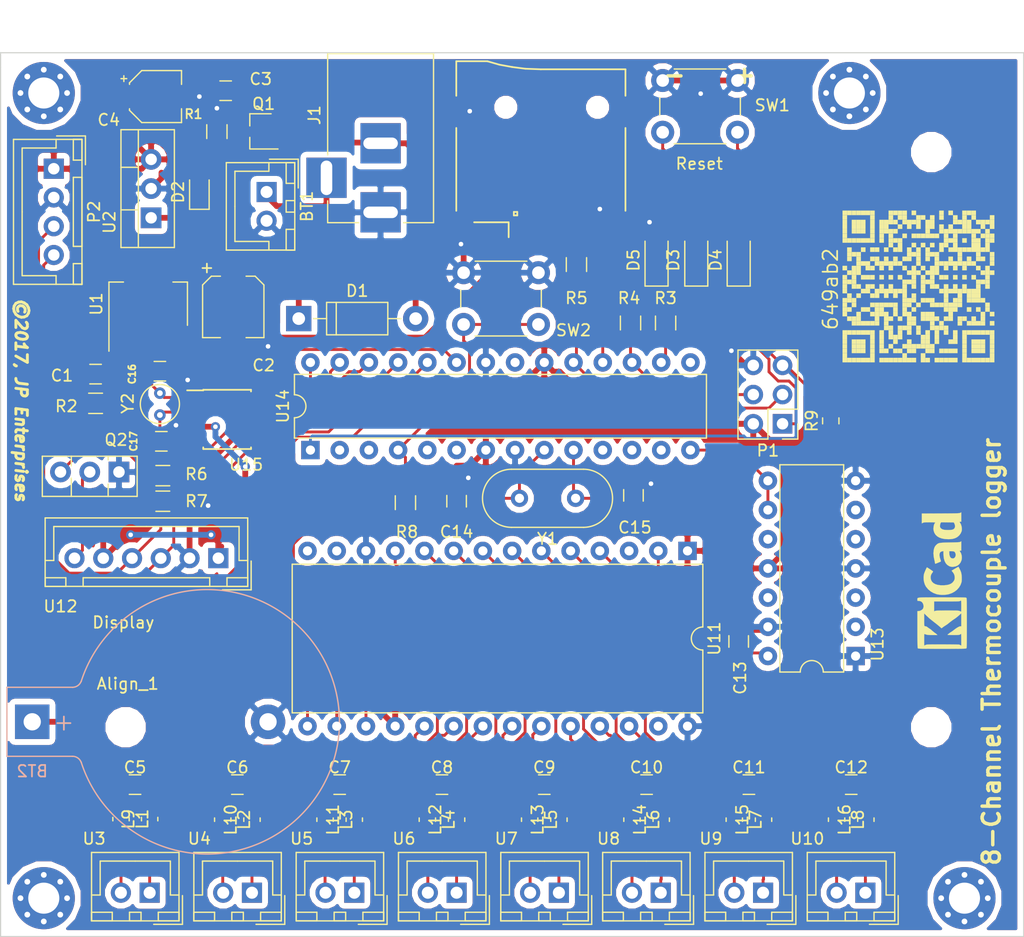
<source format=kicad_pcb>
(kicad_pcb (version 20171130) (host pcbnew "(5.0.2-4-gb601aea34)")
  (title_block (title "8-Channel Thermocouple datalogger") (date 2017-07-29) (rev ca9ed02408) (company "JP Enterprises"))
  (layers (0 F.Cu signal) (31 B.Cu signal) (34 B.Paste user) (35 F.Paste user) (36 B.SilkS user) (37 F.SilkS user) (38 B.Mask user) (39 F.Mask user) (44 Edge.Cuts user))
  (net 0 "")
  (net 1 GND)
  (net 2 "Net-(BT1-Pad1)")
  (net 3 "Net-(BT2-Pad1)")
  (net 4 5V0)
  (net 5 3V3)
  (net 6 9V0)
  (net 7 "/Thermocouple connectors/SB1")
  (net 8 "/Thermocouple connectors/SA1")
  (net 9 "/Thermocouple connectors/SA2")
  (net 10 "/Thermocouple connectors/SB2")
  (net 11 "/Thermocouple connectors/SB3")
  (net 12 "/Thermocouple connectors/SA3")
  (net 13 "/Thermocouple connectors/SA4")
  (net 14 "/Thermocouple connectors/SB4")
  (net 15 "/Thermocouple connectors/SB5")
  (net 16 "/Thermocouple connectors/SA5")
  (net 17 "/Thermocouple connectors/SA6")
  (net 18 "/Thermocouple connectors/SB6")
  (net 19 "/Thermocouple connectors/SB7")
  (net 20 "/Thermocouple connectors/SA7")
  (net 21 "/Thermocouple connectors/SA8")
  (net 22 "/Thermocouple connectors/SB8")
  (net 23 DB_MUX)
  (net 24 "Net-(C14-Pad2)")
  (net 25 "Net-(C15-Pad2)")
  (net 26 "Net-(C16-Pad1)")
  (net 27 "Net-(C17-Pad1)")
  (net 28 "Net-(D2-Pad2)")
  (net 29 "Net-(D3-Pad1)")
  (net 30 "Net-(D4-Pad1)")
  (net 31 "Net-(D5-Pad1)")
  (net 32 "Net-(L1-Pad2)")
  (net 33 "Net-(L2-Pad2)")
  (net 34 "Net-(L3-Pad2)")
  (net 35 "Net-(L4-Pad2)")
  (net 36 "Net-(L5-Pad2)")
  (net 37 "Net-(L6-Pad2)")
  (net 38 "Net-(L7-Pad2)")
  (net 39 "Net-(L8-Pad2)")
  (net 40 "Net-(L9-Pad1)")
  (net 41 "Net-(L10-Pad1)")
  (net 42 "Net-(L11-Pad1)")
  (net 43 "Net-(L12-Pad1)")
  (net 44 "Net-(L13-Pad1)")
  (net 45 "Net-(L14-Pad1)")
  (net 46 "Net-(L15-Pad1)")
  (net 47 "Net-(L16-Pad1)")
  (net 48 RESET)
  (net 49 MOSI)
  (net 50 SCK)
  (net 51 MISO)
  (net 52 SCL)
  (net 53 SDA)
  (net 54 "Net-(Q2-Pad3)")
  (net 55 "Net-(Q2-Pad2)")
  (net 56 B_LIGHT)
  (net 57 SS)
  (net 58 "Net-(R8-Pad2)")
  (net 59 SLCT0)
  (net 60 SLCT1)
  (net 61 SLCT2)
  (net 62 TEMP)
  (net 63 "Net-(U13-Pad6)")
  (net 64 "Net-(U13-Pad12)")
  (net 65 "Net-(U13-Pad5)")
  (net 66 "Net-(U13-Pad10)")
  (net 67 "Net-(U13-Pad3)")
  (net 68 "Net-(U13-Pad2)")
  (net 69 "Net-(U14-Pad15)")
  (net 70 "Net-(U14-Pad2)")
  (net 71 "Net-(U14-Pad3)")
  (net 72 "Net-(U14-Pad5)")
  (net 73 "Net-(U14-Pad6)")
  (net 74 "Net-(U14-Pad21)")
  (net 75 "Net-(U14-Pad11)")
  (net 76 "Net-(U14-Pad12)")
  (net 77 "Net-(U14-Pad13)")
  (net 78 "Net-(U15-Pad7)")
  (net 79 "Net-(XS1-Pad1)")
  (net 80 "Net-(XS1-Pad8)")
  (net 81 "Net-(XS1-Pad9)")
  (net 82 /Thermocouple_PSU/Supply)
  (module 649ab2 (layer F.Cu) (at 173.736 92.71 90)
    (fp_text reference QR***** hide)
    (fp_text value 649ab2 (at -0.2286 -7.6454 90) (layer F.SilkS) (effects (font (size 1.27 1.27))))
  )
  (module Alignment_Fixtures:Alignment_Hole_2.5mm (layer F.Cu) (at 174.846 131.026)
    (fp_text reference Registration hide)
    (fp_text value Alignment_Hole_2.5mm)
    (pad "" np_thru_hole circle (at 0 0) (size 2.5 2.5) (drill 2.5) (layers *.Cu *.Paste *.Mask))
  )
  (module MountingHole:MountingHole_2.7mm_M2.5_Pad_Via (layer F.Cu) (at 97.734 75.89017)
    (fp_text reference REF** hide)
    (fp_text value MountingHole_2.5mm_Pad_Via)
    (pad 1 thru_hole circle (at 0 0) (size 5.4 5.4) (drill 2.7) (layers *.Cu *.Mask))
    (pad 1 thru_hole circle (at 2.025 0) (size 0.8 0.8) (drill 0.5) (layers *.Cu *.Mask))
    (pad 1 thru_hole circle (at 1.431891 1.431891) (size 0.8 0.8) (drill 0.5) (layers *.Cu *.Mask))
    (pad 1 thru_hole circle (at 0 2.025) (size 0.8 0.8) (drill 0.5) (layers *.Cu *.Mask))
    (pad 1 thru_hole circle (at -1.431891 1.431891) (size 0.8 0.8) (drill 0.5) (layers *.Cu *.Mask))
    (pad 1 thru_hole circle (at -2.025 0) (size 0.8 0.8) (drill 0.5) (layers *.Cu *.Mask))
    (pad 1 thru_hole circle (at -1.431891 -1.431891) (size 0.8 0.8) (drill 0.5) (layers *.Cu *.Mask))
    (pad 1 thru_hole circle (at 0 -2.025) (size 0.8 0.8) (drill 0.5) (layers *.Cu *.Mask))
    (pad 1 thru_hole circle (at 1.431891 -1.431891) (size 0.8 0.8) (drill 0.5) (layers *.Cu *.Mask))
  )
  (module MountingHole:MountingHole_2.7mm_M2.5_Pad_Via (layer F.Cu) (at 177.734175 145.890175)
    (fp_text reference REF** hide)
    (fp_text value MountingHole_2.5mm_Pad_Via)
    (pad 1 thru_hole circle (at 1.431891 -1.431891) (size 0.8 0.8) (drill 0.5) (layers *.Cu *.Mask))
    (pad 1 thru_hole circle (at 0 -2.025) (size 0.8 0.8) (drill 0.5) (layers *.Cu *.Mask))
    (pad 1 thru_hole circle (at -1.431891 -1.431891) (size 0.8 0.8) (drill 0.5) (layers *.Cu *.Mask))
    (pad 1 thru_hole circle (at -2.025 0) (size 0.8 0.8) (drill 0.5) (layers *.Cu *.Mask))
    (pad 1 thru_hole circle (at -1.431891 1.431891) (size 0.8 0.8) (drill 0.5) (layers *.Cu *.Mask))
    (pad 1 thru_hole circle (at 0 2.025) (size 0.8 0.8) (drill 0.5) (layers *.Cu *.Mask))
    (pad 1 thru_hole circle (at 1.431891 1.431891) (size 0.8 0.8) (drill 0.5) (layers *.Cu *.Mask))
    (pad 1 thru_hole circle (at 2.025 0) (size 0.8 0.8) (drill 0.5) (layers *.Cu *.Mask))
    (pad 1 thru_hole circle (at 0 0) (size 5.4 5.4) (drill 2.7) (layers *.Cu *.Mask))
  )
  (module MountingHole:MountingHole_2.7mm_M2.5_Pad_Via (layer F.Cu) (at 97.734175 145.890175)
    (fp_text reference REF** hide)
    (fp_text value MountingHole_2.5mm_Pad_Via)
    (pad 1 thru_hole circle (at 1.431891 -1.431891) (size 0.8 0.8) (drill 0.5) (layers *.Cu *.Mask))
    (pad 1 thru_hole circle (at 0 -2.025) (size 0.8 0.8) (drill 0.5) (layers *.Cu *.Mask))
    (pad 1 thru_hole circle (at -1.431891 -1.431891) (size 0.8 0.8) (drill 0.5) (layers *.Cu *.Mask))
    (pad 1 thru_hole circle (at -2.025 0) (size 0.8 0.8) (drill 0.5) (layers *.Cu *.Mask))
    (pad 1 thru_hole circle (at -1.431891 1.431891) (size 0.8 0.8) (drill 0.5) (layers *.Cu *.Mask))
    (pad 1 thru_hole circle (at 0 2.025) (size 0.8 0.8) (drill 0.5) (layers *.Cu *.Mask))
    (pad 1 thru_hole circle (at 1.431891 1.431891) (size 0.8 0.8) (drill 0.5) (layers *.Cu *.Mask))
    (pad 1 thru_hole circle (at 2.025 0) (size 0.8 0.8) (drill 0.5) (layers *.Cu *.Mask))
    (pad 1 thru_hole circle (at 0 0) (size 5.4 5.4) (drill 2.7) (layers *.Cu *.Mask))
  )
  (module MountingHole:MountingHole_2.7mm_M2.5_Pad_Via (layer F.Cu) (at 167.734175 75.890175)
    (fp_text reference REF** hide)
    (fp_text value MountingHole_2.5mm_Pad_Via)
    (pad 1 thru_hole circle (at 1.431891 -1.431891) (size 0.8 0.8) (drill 0.5) (layers *.Cu *.Mask))
    (pad 1 thru_hole circle (at 0 -2.025) (size 0.8 0.8) (drill 0.5) (layers *.Cu *.Mask))
    (pad 1 thru_hole circle (at -1.431891 -1.431891) (size 0.8 0.8) (drill 0.5) (layers *.Cu *.Mask))
    (pad 1 thru_hole circle (at -2.025 0) (size 0.8 0.8) (drill 0.5) (layers *.Cu *.Mask))
    (pad 1 thru_hole circle (at -1.431891 1.431891) (size 0.8 0.8) (drill 0.5) (layers *.Cu *.Mask))
    (pad 1 thru_hole circle (at 0 2.025) (size 0.8 0.8) (drill 0.5) (layers *.Cu *.Mask))
    (pad 1 thru_hole circle (at 1.431891 1.431891) (size 0.8 0.8) (drill 0.5) (layers *.Cu *.Mask))
    (pad 1 thru_hole circle (at 2.025 0) (size 0.8 0.8) (drill 0.5) (layers *.Cu *.Mask))
    (pad 1 thru_hole circle (at 0 0) (size 5.4 5.4) (drill 2.7) (layers *.Cu *.Mask))
  )
  (module Capacitor_SMD:CP_Elec_4x5.4 (layer F.Cu) (at 107.442 76.2)
    (fp_text reference C4 (at -4.064 2.032) (layer F.SilkS))
    (fp_text value 10uF)
    (pad 2 smd rect (at 1.8 0) (size 2.6 1.6) (layers F.Cu F.Paste F.Mask) (net 1 GND))
    (pad 1 smd rect (at -1.8 0) (size 2.6 1.6) (layers F.Cu F.Paste F.Mask) (net 4 5V0))
  )
  (module Connectors_JST:JST_XH_B04B-XH-A_04x2.50mm_Straight (layer F.Cu) (at 98.6028 82.4738 270)
    (fp_text reference P2 (at 3.75 -3.5 270) (layer F.SilkS))
    (fp_text value Conn_01x04)
    (pad 4 thru_hole circle (at 7.5 0 270) (size 1.75 1.75) (drill 1) (layers *.Cu *.Mask) (net 52 SCL))
    (pad 3 thru_hole circle (at 5 0 270) (size 1.75 1.75) (drill 1) (layers *.Cu *.Mask) (net 53 SDA))
    (pad 2 thru_hole circle (at 2.5 0 270) (size 1.75 1.75) (drill 1) (layers *.Cu *.Mask) (net 1 GND))
    (pad 1 thru_hole rect (at 0 0 270) (size 1.75 1.75) (drill 1) (layers *.Cu *.Mask) (net 4 5V0))
  )
  (module Alignment_Fixtures:Alignment_Hole_2.5mm (layer F.Cu) (at 174.846 81.026)
    (fp_text reference Registration hide)
    (fp_text value Alignment_Hole_2.5mm)
    (pad "" np_thru_hole circle (at 0 0) (size 2.5 2.5) (drill 2.5) (layers *.Cu *.Paste *.Mask))
  )
  (module Inductor_SMD:L_0805_2012Metric (layer F.Cu) (at 142.494 139.065 90)
    (fp_text reference L13 (at 0 -1.85 90) (layer F.SilkS))
    (fp_text value 150)
    (pad 2 smd rect (at 0.955 0 90) (size 0.97 1.5) (layers F.Cu F.Paste F.Mask) (net 15 "/Thermocouple connectors/SB5"))
    (pad 1 smd rect (at -0.955 0 90) (size 0.97 1.5) (layers F.Cu F.Paste F.Mask) (net 44 "Net-(L13-Pad1)"))
  )
  (module Inductor_SMD:L_0805_2012Metric (layer F.Cu) (at 157.734 139.065 270)
    (fp_text reference L7 (at 0 -1.85 270) (layer F.SilkS))
    (fp_text value 150)
    (pad 2 smd rect (at 0.955 0 270) (size 0.97 1.5) (layers F.Cu F.Paste F.Mask) (net 38 "Net-(L7-Pad2)"))
    (pad 1 smd rect (at -0.955 0 270) (size 0.97 1.5) (layers F.Cu F.Paste F.Mask) (net 20 "/Thermocouple connectors/SA7"))
  )
  (module Inductor_SMD:L_0805_2012Metric (layer F.Cu) (at 106.934 139.0142 90)
    (fp_text reference L9 (at 0 -1.85 90) (layer F.SilkS))
    (fp_text value 150)
    (pad 2 smd rect (at 0.955 0 90) (size 0.97 1.5) (layers F.Cu F.Paste F.Mask) (net 7 "/Thermocouple connectors/SB1"))
    (pad 1 smd rect (at -0.955 0 90) (size 0.97 1.5) (layers F.Cu F.Paste F.Mask) (net 40 "Net-(L9-Pad1)"))
  )
  (module Inductor_SMD:L_0805_2012Metric (layer F.Cu) (at 104.4448 139.0142 270)
    (fp_text reference L1 (at 0 -1.85 270) (layer F.SilkS))
    (fp_text value 150)
    (pad 2 smd rect (at 0.955 0 270) (size 0.97 1.5) (layers F.Cu F.Paste F.Mask) (net 32 "Net-(L1-Pad2)"))
    (pad 1 smd rect (at -0.955 0 270) (size 0.97 1.5) (layers F.Cu F.Paste F.Mask) (net 8 "/Thermocouple connectors/SA1"))
  )
  (module Inductor_SMD:L_0805_2012Metric (layer F.Cu) (at 113.284 139.065 270)
    (fp_text reference L2 (at 0 -1.85 270) (layer F.SilkS))
    (fp_text value 150)
    (pad 2 smd rect (at 0.955 0 270) (size 0.97 1.5) (layers F.Cu F.Paste F.Mask) (net 33 "Net-(L2-Pad2)"))
    (pad 1 smd rect (at -0.955 0 270) (size 0.97 1.5) (layers F.Cu F.Paste F.Mask) (net 9 "/Thermocouple connectors/SA2"))
  )
  (module Inductor_SMD:L_0805_2012Metric (layer F.Cu) (at 122.174 139.065 270)
    (fp_text reference L3 (at 0 -1.85 270) (layer F.SilkS))
    (fp_text value 150)
    (pad 2 smd rect (at 0.955 0 270) (size 0.97 1.5) (layers F.Cu F.Paste F.Mask) (net 34 "Net-(L3-Pad2)"))
    (pad 1 smd rect (at -0.955 0 270) (size 0.97 1.5) (layers F.Cu F.Paste F.Mask) (net 12 "/Thermocouple connectors/SA3"))
  )
  (module Inductor_SMD:L_0805_2012Metric (layer F.Cu) (at 131.064 139.065 270)
    (fp_text reference L4 (at 0 -1.85 270) (layer F.SilkS))
    (fp_text value 150)
    (pad 2 smd rect (at 0.955 0 270) (size 0.97 1.5) (layers F.Cu F.Paste F.Mask) (net 35 "Net-(L4-Pad2)"))
    (pad 1 smd rect (at -0.955 0 270) (size 0.97 1.5) (layers F.Cu F.Paste F.Mask) (net 13 "/Thermocouple connectors/SA4"))
  )
  (module Inductor_SMD:L_0805_2012Metric (layer F.Cu) (at 139.954 139.065 270)
    (fp_text reference L5 (at 0 -1.85 270) (layer F.SilkS))
    (fp_text value 150)
    (pad 2 smd rect (at 0.955 0 270) (size 0.97 1.5) (layers F.Cu F.Paste F.Mask) (net 36 "Net-(L5-Pad2)"))
    (pad 1 smd rect (at -0.955 0 270) (size 0.97 1.5) (layers F.Cu F.Paste F.Mask) (net 16 "/Thermocouple connectors/SA5"))
  )
  (module Inductor_SMD:L_0805_2012Metric (layer F.Cu) (at 148.844 139.065 270)
    (fp_text reference L6 (at 0 -1.85 270) (layer F.SilkS))
    (fp_text value 150)
    (pad 2 smd rect (at 0.955 0 270) (size 0.97 1.5) (layers F.Cu F.Paste F.Mask) (net 37 "Net-(L6-Pad2)"))
    (pad 1 smd rect (at -0.955 0 270) (size 0.97 1.5) (layers F.Cu F.Paste F.Mask) (net 17 "/Thermocouple connectors/SA6"))
  )
  (module Inductor_SMD:L_0805_2012Metric (layer F.Cu) (at 166.624 139.065 270)
    (fp_text reference L8 (at 0 -1.85 270) (layer F.SilkS))
    (fp_text value 150)
    (pad 2 smd rect (at 0.955 0 270) (size 0.97 1.5) (layers F.Cu F.Paste F.Mask) (net 39 "Net-(L8-Pad2)"))
    (pad 1 smd rect (at -0.955 0 270) (size 0.97 1.5) (layers F.Cu F.Paste F.Mask) (net 21 "/Thermocouple connectors/SA8"))
  )
  (module Inductor_SMD:L_0805_2012Metric (layer F.Cu) (at 115.824 139.065 90)
    (fp_text reference L10 (at 0 -1.85 90) (layer F.SilkS))
    (fp_text value 150)
    (pad 2 smd rect (at 0.955 0 90) (size 0.97 1.5) (layers F.Cu F.Paste F.Mask) (net 10 "/Thermocouple connectors/SB2"))
    (pad 1 smd rect (at -0.955 0 90) (size 0.97 1.5) (layers F.Cu F.Paste F.Mask) (net 41 "Net-(L10-Pad1)"))
  )
  (module Inductor_SMD:L_0805_2012Metric (layer F.Cu) (at 124.714 139.065 90)
    (fp_text reference L11 (at 0 -1.85 90) (layer F.SilkS))
    (fp_text value 150)
    (pad 2 smd rect (at 0.955 0 90) (size 0.97 1.5) (layers F.Cu F.Paste F.Mask) (net 11 "/Thermocouple connectors/SB3"))
    (pad 1 smd rect (at -0.955 0 90) (size 0.97 1.5) (layers F.Cu F.Paste F.Mask) (net 42 "Net-(L11-Pad1)"))
  )
  (module Inductor_SMD:L_0805_2012Metric (layer F.Cu) (at 133.604 139.065 90)
    (fp_text reference L12 (at 0 -1.85 90) (layer F.SilkS))
    (fp_text value 150)
    (pad 2 smd rect (at 0.955 0 90) (size 0.97 1.5) (layers F.Cu F.Paste F.Mask) (net 14 "/Thermocouple connectors/SB4"))
    (pad 1 smd rect (at -0.955 0 90) (size 0.97 1.5) (layers F.Cu F.Paste F.Mask) (net 43 "Net-(L12-Pad1)"))
  )
  (module Inductor_SMD:L_0805_2012Metric (layer F.Cu) (at 151.384 139.065 90)
    (fp_text reference L14 (at 0 -1.85 90) (layer F.SilkS))
    (fp_text value 150)
    (pad 2 smd rect (at 0.955 0 90) (size 0.97 1.5) (layers F.Cu F.Paste F.Mask) (net 18 "/Thermocouple connectors/SB6"))
    (pad 1 smd rect (at -0.955 0 90) (size 0.97 1.5) (layers F.Cu F.Paste F.Mask) (net 45 "Net-(L14-Pad1)"))
  )
  (module Inductor_SMD:L_0805_2012Metric (layer F.Cu) (at 160.274 139.065 90)
    (fp_text reference L15 (at 0 -1.85 90) (layer F.SilkS))
    (fp_text value 150)
    (pad 2 smd rect (at 0.955 0 90) (size 0.97 1.5) (layers F.Cu F.Paste F.Mask) (net 19 "/Thermocouple connectors/SB7"))
    (pad 1 smd rect (at -0.955 0 90) (size 0.97 1.5) (layers F.Cu F.Paste F.Mask) (net 46 "Net-(L15-Pad1)"))
  )
  (module Inductor_SMD:L_0805_2012Metric (layer F.Cu) (at 169.164 139.065 90)
    (fp_text reference L16 (at 0 -1.85 90) (layer F.SilkS))
    (fp_text value 150)
    (pad 2 smd rect (at 0.955 0 90) (size 0.97 1.5) (layers F.Cu F.Paste F.Mask) (net 22 "/Thermocouple connectors/SB8"))
    (pad 1 smd rect (at -0.955 0 90) (size 0.97 1.5) (layers F.Cu F.Paste F.Mask) (net 47 "Net-(L16-Pad1)"))
  )
  (module jp_personal:Conn_uSDcard (layer F.Cu) (at 140.927 77.13 180)
    (fp_text reference XS1)
    (fp_text value SD_ebay-uSD-push/push_SMD)
    (pad 6 smd rect (at 7.75 -0.4 180) (size 1.2 2.2) (layers F.Cu F.Paste F.Mask) (net 1 GND))
    (pad 6 smd rect (at -7.75 -0.4 180) (size 1.2 2.2) (layers F.Cu F.Paste F.Mask) (net 1 GND))
    (pad 6 smd rect (at 6.85 -10 180) (size 1.6 1.4) (layers F.Cu F.Paste F.Mask) (net 1 GND))
    (pad 6 smd roundrect (at -7.75 -10 180) (size 1.1 1.3) (layers F.Cu F.Paste F.Mask) (net 1 GND))
    (pad 9 smd roundrect (at -6.6 -10.5 180) (size 0.6 1.6) (layers F.Cu F.Paste F.Mask) (net 81 "Net-(XS1-Pad9)"))
    (pad 7 smd rect (at -4.4 -10.5 180) (size 0.7 1.6) (layers F.Cu F.Paste F.Mask) (net 51 MISO))
    (pad 8 smd rect (at -5.5 -10.5 180) (size 0.7 1.6) (layers F.Cu F.Paste F.Mask) (net 80 "Net-(XS1-Pad8)"))
    (pad 6 smd rect (at -3.3 -10.5 180) (size 0.7 1.6) (layers F.Cu F.Paste F.Mask) (net 1 GND))
    (pad 5 smd rect (at -2.2 -10.5 180) (size 0.7 1.6) (layers F.Cu F.Paste F.Mask) (net 31 "Net-(D5-Pad1)"))
    (pad 4 smd rect (at -1.1 -10.5 180) (size 0.7 1.6) (layers F.Cu F.Paste F.Mask) (net 5 3V3))
    (pad 1 smd rect (at 2.2 -10.5 180) (size 0.7 1.6) (layers F.Cu F.Paste F.Mask) (net 79 "Net-(XS1-Pad1)"))
    (pad 2 smd rect (at 1.1 -10.5 180) (size 0.7 1.6) (layers F.Cu F.Paste F.Mask) (net 30 "Net-(D4-Pad1)"))
    (pad "" np_thru_hole circle (at 3.05 0 180) (size 1 1) (drill 1) (layers *.Cu))
    (pad "" np_thru_hole circle (at -4.93 0 180) (size 1 1) (drill 1) (layers *.Cu))
    (pad 3 smd rect (at 0 -10.5 180) (size 0.7 1.6) (layers F.Cu F.Paste F.Mask) (net 29 "Net-(D3-Pad1)"))
  )
  (module Connectors_JST:JST_XH_B06B-XH-A_06x2.50mm_Straight (layer F.Cu) (at 112.903 116.332 180)
    (fp_text reference U12 (at 13.716 -4.191 180) (layer F.SilkS))
    (fp_text value I2C_20x4_DISPLAY)
    (pad 6 thru_hole circle (at 12.5 0 180) (size 1.75 1.75) (drill 1) (layers *.Cu *.Mask) (net 55 "Net-(Q2-Pad2)"))
    (pad 5 thru_hole circle (at 10 0 180) (size 1.75 1.75) (drill 1) (layers *.Cu *.Mask) (net 4 5V0))
    (pad 4 thru_hole circle (at 7.5 0 180) (size 1.75 1.75) (drill 1) (layers *.Cu *.Mask) (net 52 SCL))
    (pad 3 thru_hole circle (at 5 0 180) (size 1.75 1.75) (drill 1) (layers *.Cu *.Mask) (net 53 SDA))
    (pad 2 thru_hole circle (at 2.5 0 180) (size 1.75 1.75) (drill 1) (layers *.Cu *.Mask) (net 1 GND))
    (pad 1 thru_hole rect (at 0 0 180) (size 1.75 1.75) (drill 1) (layers *.Cu *.Mask) (net 4 5V0))
  )
  (module Pin_Headers:Pin_Header_Straight_2x03_Pitch2.54mm (layer F.Cu) (at 161.925 104.648 180)
    (fp_text reference P1 (at 1.27 -2.33 180) (layer F.SilkS))
    (fp_text value CONN_02X03)
    (pad 6 thru_hole oval (at 2.54 5.08 180) (size 1.7 1.7) (drill 1) (layers *.Cu *.Mask) (net 1 GND))
    (pad 5 thru_hole oval (at 0 5.08 180) (size 1.7 1.7) (drill 1) (layers *.Cu *.Mask) (net 48 RESET))
    (pad 4 thru_hole oval (at 2.54 2.54 180) (size 1.7 1.7) (drill 1) (layers *.Cu *.Mask) (net 49 MOSI))
    (pad 3 thru_hole oval (at 0 2.54 180) (size 1.7 1.7) (drill 1) (layers *.Cu *.Mask) (net 50 SCK))
    (pad 2 thru_hole oval (at 2.54 0 180) (size 1.7 1.7) (drill 1) (layers *.Cu *.Mask) (net 4 5V0))
    (pad 1 thru_hole rect (at 0 0 180) (size 1.7 1.7) (drill 1) (layers *.Cu *.Mask) (net 51 MISO))
  )
  (module Housings_DIP:DIP-14_W7.62mm (layer F.Cu) (at 168.275 124.841 180)
    (fp_text reference U13 (at -1.905 1.016 270) (layer F.SilkS))
    (fp_text value AD595)
    (pad 14 thru_hole oval (at 7.62 0 180) (size 1.6 1.6) (drill 0.8) (layers *.Cu *.Mask) (net 23 DB_MUX))
    (pad 7 thru_hole oval (at 0 15.24 180) (size 1.6 1.6) (drill 0.8) (layers *.Cu *.Mask) (net 1 GND))
    (pad 13 thru_hole oval (at 7.62 2.54 180) (size 1.6 1.6) (drill 0.8) (layers *.Cu *.Mask) (net 1 GND))
    (pad 6 thru_hole oval (at 0 12.7 180) (size 1.6 1.6) (drill 0.8) (layers *.Cu *.Mask) (net 63 "Net-(U13-Pad6)"))
    (pad 12 thru_hole oval (at 7.62 5.08 180) (size 1.6 1.6) (drill 0.8) (layers *.Cu *.Mask) (net 64 "Net-(U13-Pad12)"))
    (pad 5 thru_hole oval (at 0 10.16 180) (size 1.6 1.6) (drill 0.8) (layers *.Cu *.Mask) (net 65 "Net-(U13-Pad5)"))
    (pad 11 thru_hole oval (at 7.62 7.62 180) (size 1.6 1.6) (drill 0.8) (layers *.Cu *.Mask) (net 4 5V0))
    (pad 4 thru_hole oval (at 0 7.62 180) (size 1.6 1.6) (drill 0.8) (layers *.Cu *.Mask) (net 1 GND))
    (pad 10 thru_hole oval (at 7.62 10.16 180) (size 1.6 1.6) (drill 0.8) (layers *.Cu *.Mask) (net 66 "Net-(U13-Pad10)"))
    (pad 3 thru_hole oval (at 0 5.08 180) (size 1.6 1.6) (drill 0.8) (layers *.Cu *.Mask) (net 67 "Net-(U13-Pad3)"))
    (pad 9 thru_hole oval (at 7.62 12.7 180) (size 1.6 1.6) (drill 0.8) (layers *.Cu *.Mask) (net 62 TEMP))
    (pad 2 thru_hole oval (at 0 2.54 180) (size 1.6 1.6) (drill 0.8) (layers *.Cu *.Mask) (net 68 "Net-(U13-Pad2)"))
    (pad 8 thru_hole oval (at 7.62 15.24 180) (size 1.6 1.6) (drill 0.8) (layers *.Cu *.Mask) (net 62 TEMP))
    (pad 1 thru_hole rect (at 0 0 180) (size 1.6 1.6) (drill 0.8) (layers *.Cu *.Mask) (net 1 GND))
  )
  (module Housings_SOIC:SOIC-8_3.9x4.9mm_Pitch1.27mm (layer F.Cu) (at 113.665 104.267)
    (fp_text reference U15 (at 1.651 3.937) (layer F.SilkS))
    (fp_text value DS1307+)
    (pad 8 smd rect (at 2.7 -1.905) (size 1.55 0.6) (layers F.Cu F.Paste F.Mask) (net 4 5V0))
    (pad 7 smd rect (at 2.7 -0.635) (size 1.55 0.6) (layers F.Cu F.Paste F.Mask) (net 78 "Net-(U15-Pad7)"))
    (pad 6 smd rect (at 2.7 0.635) (size 1.55 0.6) (layers F.Cu F.Paste F.Mask) (net 52 SCL))
    (pad 5 smd rect (at 2.7 1.905) (size 1.55 0.6) (layers F.Cu F.Paste F.Mask) (net 53 SDA))
    (pad 4 smd rect (at -2.7 1.905) (size 1.55 0.6) (layers F.Cu F.Paste F.Mask) (net 1 GND))
    (pad 3 smd rect (at -2.7 0.635) (size 1.55 0.6) (layers F.Cu F.Paste F.Mask) (net 3 "Net-(BT2-Pad1)"))
    (pad 2 smd rect (at -2.7 -0.635) (size 1.55 0.6) (layers F.Cu F.Paste F.Mask) (net 27 "Net-(C17-Pad1)"))
    (pad 1 smd rect (at -2.7 -1.905) (size 1.55 0.6) (layers F.Cu F.Paste F.Mask) (net 26 "Net-(C16-Pad1)"))
  )
  (module Resistors_SMD:R_0805 (layer F.Cu) (at 108.077 111.379)
    (fp_text reference R7 (at 2.921 0) (layer F.SilkS))
    (fp_text value 5.1K)
    (pad 2 smd rect (at 0.95 0) (size 0.7 1.3) (layers F.Cu F.Paste F.Mask) (net 53 SDA))
    (pad 1 smd rect (at -0.95 0) (size 0.7 1.3) (layers F.Cu F.Paste F.Mask) (net 4 5V0))
  )
  (module Battery_Holders:Keystone_103_1x20mm-CoinCell (layer B.Cu) (at 96.731 130.556)
    (fp_text reference BT2 (at 0 4.3) (layer B.SilkS) (effects (justify mirror)))
    (fp_text value Battery)
    (fp_text user + (at 2.75 0) (layer B.SilkS) (effects (font (size 1.5 1.5)) (justify mirror)))
    (pad 1 thru_hole rect (at 0 0) (size 3 3) (drill 1.5) (layers *.Cu *.Mask) (net 3 "Net-(BT2-Pad1)"))
    (pad 2 thru_hole circle (at 20.49 0) (size 3 3) (drill 1.5) (layers *.Cu *.Mask) (net 1 GND))
  )
  (module Diodes_SMD:D_SOD-123 (layer F.Cu) (at 158.115 90.424 90)
    (fp_text reference D4 (at 0 -2 90) (layer F.SilkS))
    (fp_text value 3.3V)
    (pad 1 smd rect (at -1.65 0 90) (size 0.9 1.2) (layers F.Cu F.Paste F.Mask) (net 30 "Net-(D4-Pad1)"))
    (pad 2 smd rect (at 1.65 0 90) (size 0.9 1.2) (layers F.Cu F.Paste F.Mask) (net 1 GND))
  )
  (module TO_SOT_Packages_THT:TO-220_Vertical (layer F.Cu) (at 107.061 86.741 90)
    (fp_text reference U2 (at -0.381 -3.62 90) (layer F.SilkS))
    (fp_text value 7805)
    (pad 3 thru_hole oval (at 5.08 0 90) (size 1.8 1.8) (drill 1) (layers *.Cu *.Mask) (net 4 5V0))
    (pad 2 thru_hole oval (at 2.54 0 90) (size 1.8 1.8) (drill 1) (layers *.Cu *.Mask) (net 1 GND))
    (pad 1 thru_hole rect (at 0 0 90) (size 1.8 1.8) (drill 1) (layers *.Cu *.Mask) (net 6 9V0))
  )
  (module TO_SOT_Packages_SMD:SOT-223 (layer F.Cu) (at 106.807 94.234 90)
    (fp_text reference U1 (at 0 -4.5 90) (layer F.SilkS))
    (fp_text value LM3940)
    (pad 1 smd rect (at -3.15 -2.3 90) (size 2 1.5) (layers F.Cu F.Paste F.Mask) (net 4 5V0))
    (pad 3 smd rect (at -3.15 2.3 90) (size 2 1.5) (layers F.Cu F.Paste F.Mask) (net 5 3V3))
    (pad 2 smd rect (at -3.15 0 90) (size 2 1.5) (layers F.Cu F.Paste F.Mask) (net 1 GND))
    (pad 4 smd rect (at 3.15 0 90) (size 2 3.8) (layers F.Cu F.Paste F.Mask))
  )
  (module Capacitors_SMD:C_0805 (layer F.Cu) (at 105.664 136.017)
    (fp_text reference C5 (at 0 -1.5) (layer F.SilkS))
    (fp_text value 10nF)
    (pad 2 smd rect (at 1 0) (size 1 1.25) (layers F.Cu F.Paste F.Mask) (net 7 "/Thermocouple connectors/SB1"))
    (pad 1 smd rect (at -1 0) (size 1 1.25) (layers F.Cu F.Paste F.Mask) (net 8 "/Thermocouple connectors/SA1"))
  )
  (module Capacitors_SMD:C_0805 (layer F.Cu) (at 150.114 136.017)
    (fp_text reference C10 (at 0 -1.5) (layer F.SilkS))
    (fp_text value 10nF)
    (pad 1 smd rect (at -1 0) (size 1 1.25) (layers F.Cu F.Paste F.Mask) (net 17 "/Thermocouple connectors/SA6"))
    (pad 2 smd rect (at 1 0) (size 1 1.25) (layers F.Cu F.Paste F.Mask) (net 18 "/Thermocouple connectors/SB6"))
  )
  (module Capacitors_SMD:C_0805 (layer F.Cu) (at 141.224 136.017)
    (fp_text reference C9 (at 0 -1.5) (layer F.SilkS))
    (fp_text value 10nF)
    (pad 2 smd rect (at 1 0) (size 1 1.25) (layers F.Cu F.Paste F.Mask) (net 15 "/Thermocouple connectors/SB5"))
    (pad 1 smd rect (at -1 0) (size 1 1.25) (layers F.Cu F.Paste F.Mask) (net 16 "/Thermocouple connectors/SA5"))
  )
  (module Capacitors_SMD:C_0805 (layer F.Cu) (at 114.554 136.017)
    (fp_text reference C6 (at 0 -1.5) (layer F.SilkS))
    (fp_text value 10nF)
    (pad 1 smd rect (at -1 0) (size 1 1.25) (layers F.Cu F.Paste F.Mask) (net 9 "/Thermocouple connectors/SA2"))
    (pad 2 smd rect (at 1 0) (size 1 1.25) (layers F.Cu F.Paste F.Mask) (net 10 "/Thermocouple connectors/SB2"))
  )
  (module Capacitors_SMD:C_0805 (layer F.Cu) (at 123.444 136.017)
    (fp_text reference C7 (at 0 -1.5) (layer F.SilkS))
    (fp_text value 10nF)
    (pad 2 smd rect (at 1 0) (size 1 1.25) (layers F.Cu F.Paste F.Mask) (net 11 "/Thermocouple connectors/SB3"))
    (pad 1 smd rect (at -1 0) (size 1 1.25) (layers F.Cu F.Paste F.Mask) (net 12 "/Thermocouple connectors/SA3"))
  )
  (module Capacitors_SMD:C_0805 (layer F.Cu) (at 132.334 136.017)
    (fp_text reference C8 (at 0 -1.5) (layer F.SilkS))
    (fp_text value 10nF)
    (pad 1 smd rect (at -1 0) (size 1 1.25) (layers F.Cu F.Paste F.Mask) (net 13 "/Thermocouple connectors/SA4"))
    (pad 2 smd rect (at 1 0) (size 1 1.25) (layers F.Cu F.Paste F.Mask) (net 14 "/Thermocouple connectors/SB4"))
  )
  (module Capacitors_SMD:C_0805 (layer F.Cu) (at 159.004 136.017)
    (fp_text reference C11 (at 0 -1.5) (layer F.SilkS))
    (fp_text value 10nF)
    (pad 2 smd rect (at 1 0) (size 1 1.25) (layers F.Cu F.Paste F.Mask) (net 19 "/Thermocouple connectors/SB7"))
    (pad 1 smd rect (at -1 0) (size 1 1.25) (layers F.Cu F.Paste F.Mask) (net 20 "/Thermocouple connectors/SA7"))
  )
  (module Capacitors_SMD:C_0805 (layer F.Cu) (at 167.894 136.017)
    (fp_text reference C12 (at 0 -1.5) (layer F.SilkS))
    (fp_text value 10nF)
    (pad 1 smd rect (at -1 0) (size 1 1.25) (layers F.Cu F.Paste F.Mask) (net 21 "/Thermocouple connectors/SA8"))
    (pad 2 smd rect (at 1 0) (size 1 1.25) (layers F.Cu F.Paste F.Mask) (net 22 "/Thermocouple connectors/SB8"))
  )
  (module Connectors_JST:JST_XH_B02B-XH-A_02x2.50mm_Straight (layer F.Cu) (at 106.934 145.415 180)
    (fp_text reference U3 (at 4.826 4.699 180) (layer F.SilkS))
    (fp_text value TC_Connector)
    (pad 1 thru_hole rect (at 0 0 180) (size 1.75 1.75) (drill 1.05) (layers *.Cu *.Mask) (net 40 "Net-(L9-Pad1)"))
    (pad 2 thru_hole circle (at 2.5 0 180) (size 1.75 1.75) (drill 1.05) (layers *.Cu *.Mask) (net 32 "Net-(L1-Pad2)"))
  )
  (module Connectors_JST:JST_XH_B02B-XH-A_02x2.50mm_Straight (layer F.Cu) (at 115.824 145.415 180)
    (fp_text reference U4 (at 4.572 4.699 180) (layer F.SilkS))
    (fp_text value TC_Connector)
    (pad 2 thru_hole circle (at 2.5 0 180) (size 1.75 1.75) (drill 1.05) (layers *.Cu *.Mask) (net 33 "Net-(L2-Pad2)"))
    (pad 1 thru_hole rect (at 0 0 180) (size 1.75 1.75) (drill 1.05) (layers *.Cu *.Mask) (net 41 "Net-(L10-Pad1)"))
  )
  (module Connectors_JST:JST_XH_B02B-XH-A_02x2.50mm_Straight (layer F.Cu) (at 124.714 145.415 180)
    (fp_text reference U5 (at 4.572 4.699 180) (layer F.SilkS))
    (fp_text value TC_Connector)
    (pad 2 thru_hole circle (at 2.5 0 180) (size 1.75 1.75) (drill 1.05) (layers *.Cu *.Mask) (net 34 "Net-(L3-Pad2)"))
    (pad 1 thru_hole rect (at 0 0 180) (size 1.75 1.75) (drill 1.05) (layers *.Cu *.Mask) (net 42 "Net-(L11-Pad1)"))
  )
  (module Connectors_JST:JST_XH_B02B-XH-A_02x2.50mm_Straight (layer F.Cu) (at 133.604 145.415 180)
    (fp_text reference U6 (at 4.572 4.699 180) (layer F.SilkS))
    (fp_text value TC_Connector)
    (pad 1 thru_hole rect (at 0 0 180) (size 1.75 1.75) (drill 1.05) (layers *.Cu *.Mask) (net 43 "Net-(L12-Pad1)"))
    (pad 2 thru_hole circle (at 2.5 0 180) (size 1.75 1.75) (drill 1.05) (layers *.Cu *.Mask) (net 35 "Net-(L4-Pad2)"))
  )
  (module Connectors_JST:JST_XH_B02B-XH-A_02x2.50mm_Straight (layer F.Cu) (at 142.494 145.415 180)
    (fp_text reference U7 (at 4.572 4.699 180) (layer F.SilkS))
    (fp_text value TC_Connector)
    (pad 2 thru_hole circle (at 2.5 0 180) (size 1.75 1.75) (drill 1.05) (layers *.Cu *.Mask) (net 36 "Net-(L5-Pad2)"))
    (pad 1 thru_hole rect (at 0 0 180) (size 1.75 1.75) (drill 1.05) (layers *.Cu *.Mask) (net 44 "Net-(L13-Pad1)"))
  )
  (module Connectors_JST:JST_XH_B02B-XH-A_02x2.50mm_Straight (layer F.Cu) (at 151.344 145.415 180)
    (fp_text reference U8 (at 4.532 4.699 180) (layer F.SilkS))
    (fp_text value TC_Connector)
    (pad 1 thru_hole rect (at 0 0 180) (size 1.75 1.75) (drill 1.05) (layers *.Cu *.Mask) (net 45 "Net-(L14-Pad1)"))
    (pad 2 thru_hole circle (at 2.5 0 180) (size 1.75 1.75) (drill 1.05) (layers *.Cu *.Mask) (net 37 "Net-(L6-Pad2)"))
  )
  (module Connectors_JST:JST_XH_B02B-XH-A_02x2.50mm_Straight (layer F.Cu) (at 160.234 145.415 180)
    (fp_text reference U9 (at 4.532 4.699 180) (layer F.SilkS))
    (fp_text value TC_Connector)
    (pad 2 thru_hole circle (at 2.5 0 180) (size 1.75 1.75) (drill 1.05) (layers *.Cu *.Mask) (net 38 "Net-(L7-Pad2)"))
    (pad 1 thru_hole rect (at 0 0 180) (size 1.75 1.75) (drill 1.05) (layers *.Cu *.Mask) (net 46 "Net-(L15-Pad1)"))
  )
  (module Connectors_JST:JST_XH_B02B-XH-A_02x2.50mm_Straight (layer F.Cu) (at 169.124 145.415 180)
    (fp_text reference U10 (at 5.04 4.699) (layer F.SilkS))
    (fp_text value TC_Connector)
    (pad 1 thru_hole rect (at 0 0 180) (size 1.75 1.75) (drill 1.05) (layers *.Cu *.Mask) (net 47 "Net-(L16-Pad1)"))
    (pad 2 thru_hole circle (at 2.5 0 180) (size 1.75 1.75) (drill 1.05) (layers *.Cu *.Mask) (net 39 "Net-(L8-Pad2)"))
  )
  (module TO_SOT_Packages_THT:TO-126_Vertical (layer F.Cu) (at 104.267 108.839 180)
    (fp_text reference Q2 (at 0.254 2.794 180) (layer F.SilkS))
    (fp_text value BD139)
    (pad 3 thru_hole oval (at 5.08 0 180) (size 1.8 1.8) (drill 1) (layers *.Cu *.Mask) (net 54 "Net-(Q2-Pad3)"))
    (pad 2 thru_hole oval (at 2.54 0 180) (size 1.8 1.8) (drill 1) (layers *.Cu *.Mask) (net 55 "Net-(Q2-Pad2)"))
    (pad 1 thru_hole rect (at 0 0 180) (size 1.8 1.8) (drill 1) (layers *.Cu *.Mask) (net 1 GND))
  )
  (module TO_SOT_Packages_SMD:TSOT-23 (layer F.Cu) (at 116.586 79.248 180)
    (fp_text reference Q1 (at -0.254 2.413 180) (layer F.SilkS))
    (fp_text value BS250)
    (pad 3 smd rect (at 1.31 0 180) (size 1.22 0.65) (layers F.Cu F.Paste F.Mask) (net 6 9V0))
    (pad 2 smd rect (at -1.31 0.95 180) (size 1.22 0.65) (layers F.Cu F.Paste F.Mask) (net 28 "Net-(D2-Pad2)"))
    (pad 1 smd rect (at -1.31 -0.95 180) (size 1.22 0.65) (layers F.Cu F.Paste F.Mask) (net 82 /Thermocouple_PSU/Supply))
  )
  (module Buttons_Switches_THT:SW_PUSH_6mm_h5mm (layer F.Cu) (at 140.716 96.012 180)
    (fp_text reference SW2 (at -3.048 -0.508 180) (layer F.SilkS))
    (fp_text value SW_Push)
    (pad 2 thru_hole circle (at 0 4.5 270) (size 2 2) (drill 1.1) (layers *.Cu *.Mask) (net 1 GND))
    (pad 1 thru_hole circle (at 0 0 270) (size 2 2) (drill 1.1) (layers *.Cu *.Mask) (net 58 "Net-(R8-Pad2)"))
    (pad 2 thru_hole circle (at 6.5 4.5 270) (size 2 2) (drill 1.1) (layers *.Cu *.Mask) (net 1 GND))
    (pad 1 thru_hole circle (at 6.5 0 270) (size 2 2) (drill 1.1) (layers *.Cu *.Mask) (net 58 "Net-(R8-Pad2)"))
  )
  (module Capacitors_SMD:C_0805 (layer F.Cu) (at 113.538 75.692 180)
    (fp_text reference C3 (at -3.048 1.016 180) (layer F.SilkS))
    (fp_text value 1uF)
    (pad 2 smd rect (at 1 0 180) (size 1 1.25) (layers F.Cu F.Paste F.Mask) (net 1 GND))
    (pad 1 smd rect (at -1 0 180) (size 1 1.25) (layers F.Cu F.Paste F.Mask) (net 6 9V0))
  )
  (module Capacitors_SMD:C_0805 (layer F.Cu) (at 148.971 110.871 270)
    (fp_text reference C15 (at 2.794 -0.127) (layer F.SilkS))
    (fp_text value 18pF)
    (pad 1 smd rect (at -1 0 270) (size 1 1.25) (layers F.Cu F.Paste F.Mask) (net 1 GND))
    (pad 2 smd rect (at 1 0 270) (size 1 1.25) (layers F.Cu F.Paste F.Mask) (net 25 "Net-(C15-Pad2)"))
  )
  (module Capacitors_SMD:CP_Elec_5x5.3 (layer F.Cu) (at 114.173 94.488 270)
    (fp_text reference C2 (at 5.08 -2.667 180) (layer F.SilkS))
    (fp_text value 47uF)
    (fp_text user + (at -3.38 2.34 270) (layer F.SilkS))
    (pad 2 smd rect (at 2.2 0 90) (size 3 1.6) (layers F.Cu F.Paste F.Mask) (net 1 GND))
    (pad 1 smd rect (at -2.2 0 90) (size 3 1.6) (layers F.Cu F.Paste F.Mask) (net 5 3V3))
  )
  (module Resistors_SMD:R_0805 (layer F.Cu) (at 108.077 109.1565)
    (fp_text reference R6 (at 2.921 -0.127) (layer F.SilkS))
    (fp_text value 5.1K)
    (pad 1 smd rect (at -0.95 0) (size 0.7 1.3) (layers F.Cu F.Paste F.Mask) (net 4 5V0))
    (pad 2 smd rect (at 0.95 0) (size 0.7 1.3) (layers F.Cu F.Paste F.Mask) (net 52 SCL))
  )
  (module Capacitors_SMD:C_0805 (layer F.Cu) (at 107.95 106.172)
    (fp_text reference C17 (at -2.413 0 90) (layer F.SilkS) (effects (font (size 0.6 0.6))))
    (fp_text value 12pF)
    (pad 1 smd rect (at -1 0) (size 1 1.25) (layers F.Cu F.Paste F.Mask) (net 27 "Net-(C17-Pad1)"))
    (pad 2 smd rect (at 1 0) (size 1 1.25) (layers F.Cu F.Paste F.Mask) (net 1 GND))
  )
  (module Capacitors_SMD:C_0805 (layer F.Cu) (at 107.823 100.076)
    (fp_text reference C16 (at -2.413 0.254 90) (layer F.SilkS) (effects (font (size 0.6 0.6))))
    (fp_text value 12pF)
    (pad 2 smd rect (at 1 0) (size 1 1.25) (layers F.Cu F.Paste F.Mask) (net 1 GND))
    (pad 1 smd rect (at -1 0) (size 1 1.25) (layers F.Cu F.Paste F.Mask) (net 26 "Net-(C16-Pad1)"))
  )
  (module Capacitors_SMD:C_0805 (layer F.Cu) (at 158.115 123.571 270)
    (fp_text reference C13 (at 3.175 -0.127 270) (layer F.SilkS))
    (fp_text value 10nF)
    (pad 1 smd rect (at -1 0 270) (size 1 1.25) (layers F.Cu F.Paste F.Mask) (net 1 GND))
    (pad 2 smd rect (at 1 0 270) (size 1 1.25) (layers F.Cu F.Paste F.Mask) (net 23 DB_MUX))
  )
  (module Resistors_SMD:R_0805 (layer F.Cu) (at 129.159 111.506 90)
    (fp_text reference R8 (at -2.54 0.127 180) (layer F.SilkS))
    (fp_text value 10K)
    (pad 2 smd rect (at 0.95 0 90) (size 0.7 1.3) (layers F.Cu F.Paste F.Mask) (net 58 "Net-(R8-Pad2)"))
    (pad 1 smd rect (at -0.95 0 90) (size 0.7 1.3) (layers F.Cu F.Paste F.Mask) (net 4 5V0))
  )
  (module Diodes_THT:D_DO-41_SOD81_P10.16mm_Horizontal (layer F.Cu) (at 119.888 95.504)
    (fp_text reference D1 (at 5.08 -2.41) (layer F.SilkS))
    (fp_text value 1N4007)
    (pad 2 thru_hole oval (at 10.16 0) (size 2.2 2.2) (drill 1.1) (layers *.Cu *.Mask) (net 82 /Thermocouple_PSU/Supply))
    (pad 1 thru_hole rect (at 0 0) (size 2.2 2.2) (drill 1.1) (layers *.Cu *.Mask) (net 6 9V0))
  )
  (module Capacitors_SMD:C_0805 (layer F.Cu) (at 102.235 100.33)
    (fp_text reference C1 (at -2.921 0.127) (layer F.SilkS))
    (fp_text value 470nF)
    (pad 1 smd rect (at -1 0) (size 1 1.25) (layers F.Cu F.Paste F.Mask) (net 4 5V0))
    (pad 2 smd rect (at 1 0) (size 1 1.25) (layers F.Cu F.Paste F.Mask) (net 1 GND))
  )
  (module Resistors_SMD:R_0805 (layer F.Cu) (at 112.776 79.248 90)
    (fp_text reference R1 (at 1.524 -2.032 180) (layer F.SilkS) (effects (font (size 0.8 0.8))))
    (fp_text value 10K)
    (pad 1 smd rect (at -0.95 0 90) (size 0.7 1.3) (layers F.Cu F.Paste F.Mask) (net 28 "Net-(D2-Pad2)"))
    (pad 2 smd rect (at 0.95 0 90) (size 0.7 1.3) (layers F.Cu F.Paste F.Mask) (net 1 GND))
  )
  (module Buttons_Switches_THT:SW_PUSH_6mm_h5mm (layer F.Cu) (at 158.011 79.303 180)
    (fp_text reference SW1 (at -3.025 2.341 180) (layer F.SilkS))
    (fp_text value SW_Push)
    (pad 1 thru_hole circle (at 6.5 0 270) (size 2 2) (drill 1.1) (layers *.Cu *.Mask) (net 48 RESET))
    (pad 2 thru_hole circle (at 6.5 4.5 270) (size 2 2) (drill 1.1) (layers *.Cu *.Mask) (net 1 GND))
    (pad 1 thru_hole circle (at 0 0 270) (size 2 2) (drill 1.1) (layers *.Cu *.Mask) (net 48 RESET))
    (pad 2 thru_hole circle (at 0 4.5 270) (size 2 2) (drill 1.1) (layers *.Cu *.Mask) (net 1 GND))
  )
  (module Capacitors_SMD:C_0805 (layer F.Cu) (at 133.604 111.379 270)
    (fp_text reference C14 (at 2.667 0) (layer F.SilkS))
    (fp_text value 18pF)
    (pad 2 smd rect (at 1 0 270) (size 1 1.25) (layers F.Cu F.Paste F.Mask) (net 24 "Net-(C14-Pad2)"))
    (pad 1 smd rect (at -1 0 270) (size 1 1.25) (layers F.Cu F.Paste F.Mask) (net 1 GND))
  )
  (module Crystals:Crystal_Round_d3.0mm_Vertical (layer F.Cu) (at 107.823 101.986 270)
    (fp_text reference Y2 (at 0.884 2.794 270) (layer F.SilkS))
    (fp_text value 32.768kHz)
    (pad 2 thru_hole circle (at 1.9 0 270) (size 1 1) (drill 0.5) (layers *.Cu *.Mask) (net 27 "Net-(C17-Pad1)"))
    (pad 1 thru_hole circle (at 0 0 270) (size 1 1) (drill 0.5) (layers *.Cu *.Mask) (net 26 "Net-(C16-Pad1)"))
  )
  (module Housings_DIP:DIP-28_W7.62mm (layer F.Cu) (at 120.904 106.934 90)
    (fp_text reference U14 (at 3.81 -2.39 90) (layer F.SilkS))
    (fp_text value ATMEGA328P-PU)
    (pad 1 thru_hole rect (at 0 0 90) (size 1.6 1.6) (drill 0.8) (layers *.Cu *.Mask) (net 48 RESET))
    (pad 15 thru_hole oval (at 7.62 33.02 90) (size 1.6 1.6) (drill 0.8) (layers *.Cu *.Mask) (net 69 "Net-(U14-Pad15)"))
    (pad 2 thru_hole oval (at 0 2.54 90) (size 1.6 1.6) (drill 0.8) (layers *.Cu *.Mask) (net 70 "Net-(U14-Pad2)"))
    (pad 16 thru_hole oval (at 7.62 30.48 90) (size 1.6 1.6) (drill 0.8) (layers *.Cu *.Mask) (net 57 SS))
    (pad 3 thru_hole oval (at 0 5.08 90) (size 1.6 1.6) (drill 0.8) (layers *.Cu *.Mask) (net 71 "Net-(U14-Pad3)"))
    (pad 17 thru_hole oval (at 7.62 27.94 90) (size 1.6 1.6) (drill 0.8) (layers *.Cu *.Mask) (net 49 MOSI))
    (pad 4 thru_hole oval (at 0 7.62 90) (size 1.6 1.6) (drill 0.8) (layers *.Cu *.Mask) (net 58 "Net-(R8-Pad2)"))
    (pad 18 thru_hole oval (at 7.62 25.4 90) (size 1.6 1.6) (drill 0.8) (layers *.Cu *.Mask) (net 51 MISO))
    (pad 5 thru_hole oval (at 0 10.16 90) (size 1.6 1.6) (drill 0.8) (layers *.Cu *.Mask) (net 72 "Net-(U14-Pad5)"))
    (pad 19 thru_hole oval (at 7.62 22.86 90) (size 1.6 1.6) (drill 0.8) (layers *.Cu *.Mask) (net 50 SCK))
    (pad 6 thru_hole oval (at 0 12.7 90) (size 1.6 1.6) (drill 0.8) (layers *.Cu *.Mask) (net 73 "Net-(U14-Pad6)"))
    (pad 20 thru_hole oval (at 7.62 20.32 90) (size 1.6 1.6) (drill 0.8) (layers *.Cu *.Mask) (net 4 5V0))
    (pad 7 thru_hole oval (at 0 15.24 90) (size 1.6 1.6) (drill 0.8) (layers *.Cu *.Mask) (net 4 5V0))
    (pad 21 thru_hole oval (at 7.62 17.78 90) (size 1.6 1.6) (drill 0.8) (layers *.Cu *.Mask) (net 74 "Net-(U14-Pad21)"))
    (pad 8 thru_hole oval (at 0 17.78 90) (size 1.6 1.6) (drill 0.8) (layers *.Cu *.Mask) (net 1 GND))
    (pad 22 thru_hole oval (at 7.62 15.24 90) (size 1.6 1.6) (drill 0.8) (layers *.Cu *.Mask) (net 1 GND))
    (pad 9 thru_hole oval (at 0 20.32 90) (size 1.6 1.6) (drill 0.8) (layers *.Cu *.Mask) (net 24 "Net-(C14-Pad2)"))
    (pad 23 thru_hole oval (at 7.62 12.7 90) (size 1.6 1.6) (drill 0.8) (layers *.Cu *.Mask) (net 56 B_LIGHT))
    (pad 10 thru_hole oval (at 0 22.86 90) (size 1.6 1.6) (drill 0.8) (layers *.Cu *.Mask) (net 25 "Net-(C15-Pad2)"))
    (pad 24 thru_hole oval (at 7.62 10.16 90) (size 1.6 1.6) (drill 0.8) (layers *.Cu *.Mask) (net 59 SLCT0))
    (pad 11 thru_hole oval (at 0 25.4 90) (size 1.6 1.6) (drill 0.8) (layers *.Cu *.Mask) (net 75 "Net-(U14-Pad11)"))
    (pad 25 thru_hole oval (at 7.62 7.62 90) (size 1.6 1.6) (drill 0.8) (layers *.Cu *.Mask) (net 60 SLCT1))
    (pad 12 thru_hole oval (at 0 27.94 90) (size 1.6 1.6) (drill 0.8) (layers *.Cu *.Mask) (net 76 "Net-(U14-Pad12)"))
    (pad 26 thru_hole oval (at 7.62 5.08 90) (size 1.6 1.6) (drill 0.8) (layers *.Cu *.Mask) (net 61 SLCT2))
    (pad 13 thru_hole oval (at 0 30.48 90) (size 1.6 1.6) (drill 0.8) (layers *.Cu *.Mask) (net 77 "Net-(U14-Pad13)"))
    (pad 27 thru_hole oval (at 7.62 2.54 90) (size 1.6 1.6) (drill 0.8) (layers *.Cu *.Mask) (net 53 SDA))
    (pad 14 thru_hole oval (at 0 33.02 90) (size 1.6 1.6) (drill 0.8) (layers *.Cu *.Mask) (net 62 TEMP))
    (pad 28 thru_hole oval (at 7.62 0 90) (size 1.6 1.6) (drill 0.8) (layers *.Cu *.Mask) (net 52 SCL))
  )
  (module Resistors_SMD:R_0805 (layer F.Cu) (at 148.717 95.885 90)
    (fp_text reference R4 (at 2.159 -0.127 180) (layer F.SilkS))
    (fp_text value 220R)
    (pad 1 smd rect (at -0.95 0 90) (size 0.7 1.3) (layers F.Cu F.Paste F.Mask) (net 49 MOSI))
    (pad 2 smd rect (at 0.95 0 90) (size 0.7 1.3) (layers F.Cu F.Paste F.Mask) (net 29 "Net-(D3-Pad1)"))
  )
  (module Resistors_SMD:R_0805 (layer F.Cu) (at 144.018 90.805 90)
    (fp_text reference R5 (at -2.921 0 180) (layer F.SilkS))
    (fp_text value 220R)
    (pad 1 smd rect (at -0.95 0 90) (size 0.7 1.3) (layers F.Cu F.Paste F.Mask) (net 50 SCK))
    (pad 2 smd rect (at 0.95 0 90) (size 0.7 1.3) (layers F.Cu F.Paste F.Mask) (net 31 "Net-(D5-Pad1)"))
  )
  (module Resistors_SMD:R_0805 (layer F.Cu) (at 151.765 95.885 90)
    (fp_text reference R3 (at 2.159 0 180) (layer F.SilkS))
    (fp_text value 220R)
    (pad 2 smd rect (at 0.95 0 90) (size 0.7 1.3) (layers F.Cu F.Paste F.Mask) (net 30 "Net-(D4-Pad1)"))
    (pad 1 smd rect (at -0.95 0 90) (size 0.7 1.3) (layers F.Cu F.Paste F.Mask) (net 57 SS))
  )
  (module Resistors_SMD:R_0805 (layer F.Cu) (at 102.235 102.87 180)
    (fp_text reference R2 (at 2.54 -0.254 180) (layer F.SilkS))
    (fp_text value 10K)
    (pad 2 smd rect (at 0.95 0 180) (size 0.7 1.3) (layers F.Cu F.Paste F.Mask) (net 54 "Net-(Q2-Pad3)"))
    (pad 1 smd rect (at -0.95 0 180) (size 0.7 1.3) (layers F.Cu F.Paste F.Mask) (net 56 B_LIGHT))
  )
  (module Crystals:Crystal_HC49-U_Vertical (layer F.Cu) (at 143.945 111.125 180)
    (fp_text reference Y1 (at 2.44 -3.525 180) (layer F.SilkS))
    (fp_text value 16MHz)
    (pad 2 thru_hole circle (at 4.88 0 180) (size 1.5 1.5) (drill 0.8) (layers *.Cu *.Mask) (net 24 "Net-(C14-Pad2)"))
    (pad 1 thru_hole circle (at 0 0 180) (size 1.5 1.5) (drill 0.8) (layers *.Cu *.Mask) (net 25 "Net-(C15-Pad2)"))
  )
  (module Housings_DIP:DIP-28_W15.24mm (layer F.Cu) (at 153.67 115.697 270)
    (fp_text reference U11 (at 7.62 -2.33 270) (layer F.SilkS))
    (fp_text value ADG407)
    (pad 28 thru_hole oval (at 15.24 0 270) (size 1.6 1.6) (drill 0.8) (layers *.Cu *.Mask) (net 1 GND))
    (pad 14 thru_hole oval (at 0 33.02 270) (size 1.6 1.6) (drill 0.8) (layers *.Cu *.Mask))
    (pad 27 thru_hole oval (at 15.24 2.54 270) (size 1.6 1.6) (drill 0.8) (layers *.Cu *.Mask))
    (pad 13 thru_hole oval (at 0 30.48 270) (size 1.6 1.6) (drill 0.8) (layers *.Cu *.Mask))
    (pad 26 thru_hole oval (at 15.24 5.08 270) (size 1.6 1.6) (drill 0.8) (layers *.Cu *.Mask) (net 21 "/Thermocouple connectors/SA8"))
    (pad 12 thru_hole oval (at 0 27.94 270) (size 1.6 1.6) (drill 0.8) (layers *.Cu *.Mask) (net 1 GND))
    (pad 25 thru_hole oval (at 15.24 7.62 270) (size 1.6 1.6) (drill 0.8) (layers *.Cu *.Mask) (net 20 "/Thermocouple connectors/SA7"))
    (pad 11 thru_hole oval (at 0 25.4 270) (size 1.6 1.6) (drill 0.8) (layers *.Cu *.Mask) (net 7 "/Thermocouple connectors/SB1"))
    (pad 24 thru_hole oval (at 15.24 10.16 270) (size 1.6 1.6) (drill 0.8) (layers *.Cu *.Mask) (net 17 "/Thermocouple connectors/SA6"))
    (pad 10 thru_hole oval (at 0 22.86 270) (size 1.6 1.6) (drill 0.8) (layers *.Cu *.Mask) (net 10 "/Thermocouple connectors/SB2"))
    (pad 23 thru_hole oval (at 15.24 12.7 270) (size 1.6 1.6) (drill 0.8) (layers *.Cu *.Mask) (net 16 "/Thermocouple connectors/SA5"))
    (pad 9 thru_hole oval (at 0 20.32 270) (size 1.6 1.6) (drill 0.8) (layers *.Cu *.Mask) (net 11 "/Thermocouple connectors/SB3"))
    (pad 22 thru_hole oval (at 15.24 15.24 270) (size 1.6 1.6) (drill 0.8) (layers *.Cu *.Mask) (net 13 "/Thermocouple connectors/SA4"))
    (pad 8 thru_hole oval (at 0 17.78 270) (size 1.6 1.6) (drill 0.8) (layers *.Cu *.Mask) (net 14 "/Thermocouple connectors/SB4"))
    (pad 21 thru_hole oval (at 15.24 17.78 270) (size 1.6 1.6) (drill 0.8) (layers *.Cu *.Mask) (net 12 "/Thermocouple connectors/SA3"))
    (pad 7 thru_hole oval (at 0 15.24 270) (size 1.6 1.6) (drill 0.8) (layers *.Cu *.Mask) (net 15 "/Thermocouple connectors/SB5"))
    (pad 20 thru_hole oval (at 15.24 20.32 270) (size 1.6 1.6) (drill 0.8) (layers *.Cu *.Mask) (net 9 "/Thermocouple connectors/SA2"))
    (pad 6 thru_hole oval (at 0 12.7 270) (size 1.6 1.6) (drill 0.8) (layers *.Cu *.Mask) (net 18 "/Thermocouple connectors/SB6"))
    (pad 19 thru_hole oval (at 15.24 22.86 270) (size 1.6 1.6) (drill 0.8) (layers *.Cu *.Mask) (net 8 "/Thermocouple connectors/SA1"))
    (pad 5 thru_hole oval (at 0 10.16 270) (size 1.6 1.6) (drill 0.8) (layers *.Cu *.Mask) (net 19 "/Thermocouple connectors/SB7"))
    (pad 18 thru_hole oval (at 15.24 25.4 270) (size 1.6 1.6) (drill 0.8) (layers *.Cu *.Mask) (net 4 5V0))
    (pad 4 thru_hole oval (at 0 7.62 270) (size 1.6 1.6) (drill 0.8) (layers *.Cu *.Mask) (net 22 "/Thermocouple connectors/SB8"))
    (pad 17 thru_hole oval (at 15.24 27.94 270) (size 1.6 1.6) (drill 0.8) (layers *.Cu *.Mask) (net 59 SLCT0))
    (pad 3 thru_hole oval (at 0 5.08 270) (size 1.6 1.6) (drill 0.8) (layers *.Cu *.Mask))
    (pad 16 thru_hole oval (at 15.24 30.48 270) (size 1.6 1.6) (drill 0.8) (layers *.Cu *.Mask) (net 60 SLCT1))
    (pad 2 thru_hole oval (at 0 2.54 270) (size 1.6 1.6) (drill 0.8) (layers *.Cu *.Mask) (net 23 DB_MUX))
    (pad 15 thru_hole oval (at 15.24 33.02 270) (size 1.6 1.6) (drill 0.8) (layers *.Cu *.Mask) (net 61 SLCT2))
    (pad 1 thru_hole rect (at 0 0 270) (size 1.6 1.6) (drill 0.8) (layers *.Cu *.Mask) (net 4 5V0))
  )
  (module Connectors_JST:JST_XH_B02B-XH-A_02x2.50mm_Straight (layer F.Cu) (at 117.094 84.495 270)
    (fp_text reference BT1 (at 1.25 -3.5 270) (layer F.SilkS))
    (fp_text value 9V)
    (pad 2 thru_hole circle (at 2.5 0 270) (size 1.75 1.75) (drill 1.05) (layers *.Cu *.Mask) (net 1 GND))
    (pad 1 thru_hole rect (at 0 0 270) (size 1.75 1.75) (drill 1.05) (layers *.Cu *.Mask) (net 2 "Net-(BT1-Pad1)"))
  )
  (module Diodes_SMD:D_SOD-123 (layer F.Cu) (at 154.432 90.424 90)
    (fp_text reference D3 (at 0 -2 90) (layer F.SilkS))
    (fp_text value 3.3V)
    (pad 2 smd rect (at 1.65 0 90) (size 0.9 1.2) (layers F.Cu F.Paste F.Mask) (net 1 GND))
    (pad 1 smd rect (at -1.65 0 90) (size 0.9 1.2) (layers F.Cu F.Paste F.Mask) (net 29 "Net-(D3-Pad1)"))
  )
  (module Diodes_SMD:D_SOD-123 (layer F.Cu) (at 150.9776 90.424 90)
    (fp_text reference D5 (at 0 -2 90) (layer F.SilkS))
    (fp_text value 3.3V)
    (pad 2 smd rect (at 1.65 0 90) (size 0.9 1.2) (layers F.Cu F.Paste F.Mask) (net 1 GND))
    (pad 1 smd rect (at -1.65 0 90) (size 0.9 1.2) (layers F.Cu F.Paste F.Mask) (net 31 "Net-(D5-Pad1)"))
  )
  (module Connectors:BARREL_JACK (layer F.Cu) (at 127 86.264 270)
    (fp_text reference J1 (at -8.45 5.75 90) (layer F.SilkS))
    (fp_text value Barrel_Jack)
    (pad 3 thru_hole rect (at -3 4.7 270) (size 3.5 3.5) (drill oval 3 1) (layers *.Cu *.Mask) (net 2 "Net-(BT1-Pad1)"))
    (pad 2 thru_hole rect (at -6 0 270) (size 3.5 3.5) (drill oval 1 3) (layers *.Cu *.Mask) (net 82 /Thermocouple_PSU/Supply))
    (pad 1 thru_hole rect (at 0 0 270) (size 3.5 3.5) (drill oval 1 3) (layers *.Cu *.Mask) (net 1 GND))
  )
  (module Diodes_SMD:D_SOD-323 (layer F.Cu) (at 111.252 84.502 90)
    (fp_text reference D2 (at 0 -1.85 90) (layer F.SilkS))
    (fp_text value 9V)
    (pad 2 smd rect (at 1.05 0 90) (size 0.6 0.45) (layers F.Cu F.Paste F.Mask) (net 28 "Net-(D2-Pad2)"))
    (pad 1 smd rect (at -1.05 0 90) (size 0.6 0.45) (layers F.Cu F.Paste F.Mask) (net 6 9V0))
  )
  (module Symbol:Symbol_KiCAD-Logo_CopperAndSilkScreenTop (layer F.Cu) (at 175.6029 118.29034 90)
    (fp_text reference REF** hide)
    (fp_text value "KiCAD Logo" hide)
  )
  (module JP_Mechanical:Alignment_Hole_2.5mm (layer F.Cu) (at 104.846 131.026)
    (fp_text reference Align_1 (at 0.184 -3.776) (layer F.SilkS))
    (fp_text value Alignment_Hole_2.5mm)
    (pad "" np_thru_hole circle (at 0 0) (size 2.5 2.5) (drill 2.5) (layers *.Cu *.Paste *.Mask))
  )
  (module Resistor_SMD:R_0805_2012Metric (layer F.Cu) (at 166.116 104.394 90)
    (fp_text reference R9 (at 0 -1.65 90) (layer F.SilkS))
    (fp_text value 10K)
    (pad 1 smd roundrect (at -0.9375 0 90) (size 0.975 1.4) (layers F.Cu F.Paste F.Mask) (net 4 5V0))
    (pad 2 smd roundrect (at 0.9375 0 90) (size 0.975 1.4) (layers F.Cu F.Paste F.Mask) (net 48 RESET))
  )
  (gr_line (start 182.88 72.39) (end 182.88 149.225) (layer Edge.Cuts) (width 0.1))
  (gr_line (start 93.98 143.66) (end 93.98 143.66) (layer Edge.Cuts) (width 0.1))
  (gr_line (start 93.98 72.39) (end 182.88 72.39) (layer Edge.Cuts) (width 0.1))
  (gr_text "©2017, JP Enterprises" (at 95.758 102.616 270) (layer F.SilkS) (effects (font (size 1 1) (thickness 0.25) italic)))
  (gr_text - (at 152.527 74.295) (layer F.SilkS) (effects (font (size 1.5 1.5) (thickness 0.3))))
  (gr_text + (at 158.623 74.295) (layer F.SilkS) (effects (font (size 1.5 1.5) (thickness 0.3))))
  (gr_text Reset (at 154.686 82.042) (layer F.SilkS) (effects (font (size 1 1))))
  (gr_text "8-Channel Thermocouple logger" (at 180.086 124.46 90) (layer F.SilkS) (effects (font (size 1.5 1.5) (thickness 0.3))))
  (gr_line (start 93.98 149.225) (end 182.88 149.225) (layer Edge.Cuts) (width 0.1))
  (gr_line (start 93.98 72.39) (end 93.98 149.225) (layer Edge.Cuts) (width 0.1))
  (gr_line (start 93.98 73.66) (end 93.98 73.66) (layer Edge.Cuts) (width 0.1))
  (gr_text Display (at 104.648 121.92) (layer F.SilkS) (effects (font (size 1 1))))
  (segment (start 134.747 77.47) (end 134.747 86.46) (width 0.5) (layer F.Cu) (net 1))
  (segment (start 134.747 86.46) (end 134.077 87.13) (width 0.5) (layer F.Cu) (net 1))
  (segment (start 148.677 77.53) (end 148.784 77.53) (width 0.5) (layer F.Cu) (net 1))
  (segment (start 148.784 77.53) (end 151.511 74.803) (width 0.5) (layer F.Cu) (net 1))
  (segment (start 150.9776 88.774) (end 150.9776 87.7316) (width 0.5) (layer F.Cu) (net 1))
  (segment (start 150.9776 87.7316) (end 150.368 87.122) (width 0.5) (layer F.Cu) (net 1))
  (segment (start 148.677 87.13) (end 150.36 87.13) (width 0.5) (layer F.Cu) (net 1))
  (segment (start 150.36 87.13) (end 150.368 87.122) (width 0.5) (layer F.Cu) (net 1))
  (via (at 150.368 87.122) (size 0.8) (drill 0.4) (layers F.Cu B.Cu) (net 1))
  (segment (start 111.252 76.2) (end 112.03 76.2) (width 0.5) (layer F.Cu) (net 1))
  (segment (start 109.242 76.2) (end 111.252 76.2) (width 0.5) (layer F.Cu) (net 1))
  (via (at 111.252 76.2) (size 0.8) (drill 0.4) (layers F.Cu B.Cu) (net 1))
  (segment (start 112.776 77.216) (end 112.776 75.93) (width 0.5) (layer F.Cu) (net 1))
  (segment (start 112.776 78.298) (end 112.776 77.216) (width 0.5) (layer F.Cu) (net 1))
  (via (at 112.776 77.216) (size 0.8) (drill 0.4) (layers F.Cu B.Cu) (net 1))
  (segment (start 112.03 76.2) (end 112.538 75.692) (width 0.5) (layer F.Cu) (net 1))
  (segment (start 112.776 75.93) (end 112.538 75.692) (width 0.5) (layer F.Cu) (net 1))
  (segment (start 134.216 91.512) (end 129.104 91.512) (width 0.5) (layer B.Cu) (net 1))
  (segment (start 129.104 91.512) (end 127 89.408) (width 0.5) (layer B.Cu) (net 1))
  (segment (start 127 89.408) (end 127 86.264) (width 0.5) (layer B.Cu) (net 1))
  (segment (start 158.011 74.803) (end 155.956 74.803) (width 0.5) (layer F.Cu) (net 1))
  (segment (start 155.956 74.803) (end 154.813 75.946) (width 0.5) (layer F.Cu) (net 1))
  (segment (start 158.011 74.803) (end 157.48 74.803) (width 0.5) (layer B.Cu) (net 1))
  (segment (start 151.511 74.803) (end 153.67 74.803) (width 0.5) (layer F.Cu) (net 1))
  (segment (start 153.67 74.803) (end 154.813 75.946) (width 0.5) (layer F.Cu) (net 1))
  (via (at 154.813 75.946) (size 0.8) (drill 0.4) (layers F.Cu B.Cu) (net 1))
  (segment (start 158.115 122.571) (end 160.385 122.571) (width 0.5) (layer F.Cu) (net 1))
  (segment (start 160.385 122.571) (end 160.655 122.301) (width 0.5) (layer F.Cu) (net 1))
  (segment (start 154.432 88.774) (end 158.115 88.774) (width 0.5) (layer F.Cu) (net 1))
  (segment (start 150.9776 88.774) (end 154.432 88.774) (width 0.5) (layer F.Cu) (net 1))
  (segment (start 112.776 78.298) (end 112.476 78.298) (width 0.5) (layer F.Cu) (net 1))
  (segment (start 107.960999 82.813001) (end 107.960999 83.301001) (width 0.5) (layer F.Cu) (net 1))
  (segment (start 107.960999 83.301001) (end 107.061 84.201) (width 0.5) (layer F.Cu) (net 1))
  (segment (start 111.485 100.076) (end 114.173 97.388) (width 0.5) (layer F.Cu) (net 1))
  (segment (start 108.823 100.076) (end 108.823 100.187) (width 0.5) (layer F.Cu) (net 1))
  (segment (start 158.75 99.568) (end 157.48 98.298) (width 0.5) (layer F.Cu) (net 1))
  (segment (start 133.604 110.379) (end 133.604 110.363) (width 0.5) (layer F.Cu) (net 1))
  (segment (start 134.216 91.512) (end 134.216 89.258) (width 0.5) (layer F.Cu) (net 1))
  (segment (start 157.353 98.171) (end 156.718 98.298) (width 0.5) (layer B.Cu) (net 1))
  (segment (start 104.235 100.33) (end 106.807 97.758) (width 0.5) (layer F.Cu) (net 1))
  (segment (start 156.972 98.171) (end 156.845 98.171) (width 0.5) (layer B.Cu) (net 1))
  (segment (start 106.807 98.06) (end 108.823 100.076) (width 0.5) (layer F.Cu) (net 1))
  (segment (start 114.173 97.388) (end 114.173 96.688) (width 0.5) (layer F.Cu) (net 1))
  (segment (start 156.845 98.171) (end 156.718 98.298) (width 0.5) (layer B.Cu) (net 1))
  (segment (start 146.05 85.979) (end 146.05 85.217) (width 0.5) (layer B.Cu) (net 1))
  (segment (start 148.677 87.13) (end 148.677 77.53) (width 0.5) (layer F.Cu) (net 1))
  (segment (start 108.95 106.172) (end 108.95 105.045) (width 0.5) (layer F.Cu) (net 1))
  (segment (start 146.05 85.979) (end 148.016002 85.979) (width 0.5) (layer F.Cu) (net 1))
  (segment (start 108.95 106.172) (end 110.965 106.172) (width 0.5) (layer F.Cu) (net 1))
  (segment (start 106.807 97.758) (end 106.807 97.384) (width 0.5) (layer F.Cu) (net 1))
  (segment (start 106.807 97.384) (end 106.807 98.06) (width 0.5) (layer F.Cu) (net 1))
  (segment (start 148.971 109.871) (end 150.479 109.871) (width 0.5) (layer F.Cu) (net 1))
  (segment (start 150.479 109.871) (end 150.495 109.855) (width 0.5) (layer F.Cu) (net 1))
  (segment (start 144.578 85.979) (end 146.05 85.979) (width 0.5) (layer F.Cu) (net 1))
  (segment (start 134.216 91.512) (end 140.716 91.512) (width 0.5) (layer B.Cu) (net 1))
  (segment (start 133.985 89.027) (end 133.985 87.222) (width 0.5) (layer F.Cu) (net 1))
  (segment (start 148.016002 85.979) (end 148.677 86.639998) (width 0.5) (layer F.Cu) (net 1))
  (segment (start 108.823 100.076) (end 111.485 100.076) (width 0.5) (layer F.Cu) (net 1))
  (segment (start 144.227 86.33) (end 144.578 85.979) (width 0.5) (layer F.Cu) (net 1))
  (segment (start 148.677 86.639998) (end 148.677 87.13) (width 0.5) (layer F.Cu) (net 1))
  (segment (start 108.823 100.076) (end 109.474 100.076) (width 0.5) (layer F.Cu) (net 1))
  (segment (start 133.985 87.222) (end 134.077 87.13) (width 0.5) (layer F.Cu) (net 1))
  (segment (start 133.604 110.363) (end 134.62 109.347) (width 0.5) (layer F.Cu) (net 1))
  (segment (start 134.216 89.258) (end 133.985 89.027) (width 0.5) (layer F.Cu) (net 1))
  (segment (start 109.474 100.076) (end 110.236 100.838) (width 0.5) (layer F.Cu) (net 1))
  (segment (start 103.235 100.33) (end 104.235 100.33) (width 0.5) (layer F.Cu) (net 1))
  (segment (start 144.227 87.63) (end 144.227 86.33) (width 0.5) (layer F.Cu) (net 1))
  (segment (start 159.385 99.568) (end 158.75 99.568) (width 0.5) (layer F.Cu) (net 1))
  (segment (start 108.95 105.045) (end 109.22 104.775) (width 0.5) (layer F.Cu) (net 1))
  (segment (start 157.48 98.298) (end 157.353 98.171) (width 0.5) (layer B.Cu) (net 1))
  (segment (start 110.403 113.371) (end 112.014 111.76) (width 0.5) (layer F.Cu) (net 1))
  (via (at 112.014 111.76) (size 0.8) (drill 0.4) (layers F.Cu B.Cu) (net 1))
  (segment (start 112.014 111.76) (end 112.395 111.76) (width 0.25) (layer B.Cu) (net 1))
  (segment (start 110.403 116.332) (end 110.403 113.371) (width 0.5) (layer F.Cu) (net 1))
  (segment (start 114.173 96.688) (end 115.992 96.688) (width 0.5) (layer F.Cu) (net 1))
  (segment (start 115.992 96.688) (end 117.221 97.917) (width 0.5) (layer F.Cu) (net 1))
  (segment (start 106.807 97.384) (end 106.807 98.044) (width 0.5) (layer F.Cu) (net 1))
  (segment (start 117.221 97.917) (end 117.348 97.79) (width 0.25) (layer B.Cu) (net 1))
  (segment (start 117.348 97.79) (end 117.602 97.79) (width 0.25) (layer B.Cu) (net 1))
  (segment (start 106.807 97.384) (end 106.807 98.298) (width 0.25) (layer F.Cu) (net 1))
  (segment (start 134.874 77.343) (end 135.382 77.47) (width 0.25) (layer B.Cu) (net 1))
  (segment (start 135.382 77.343) (end 135.382 77.47) (width 0.25) (layer B.Cu) (net 1))
  (segment (start 134.747 77.47) (end 134.874 77.343) (width 0.25) (layer B.Cu) (net 1))
  (segment (start 133.177 77.53) (end 134.687 77.53) (width 0.25) (layer F.Cu) (net 1))
  (segment (start 134.687 77.53) (end 134.747 77.47) (width 0.25) (layer F.Cu) (net 1))
  (segment (start 148.677 87.13) (end 148.677 87.03) (width 0.25) (layer F.Cu) (net 1))
  (segment (start 148.677 87.03) (end 147.626 85.979) (width 0.25) (layer F.Cu) (net 1))
  (segment (start 147.626 85.979) (end 146.05 85.979) (width 0.25) (layer F.Cu) (net 1))
  (segment (start 140.716 92.384) (end 140.716 91.512) (width 0.25) (layer B.Cu) (net 1))
  (via (at 109.22 104.775) (size 0.8) (drill 0.4) (layers F.Cu B.Cu) (net 1))
  (via (at 110.236 100.838) (size 0.8) (drill 0.4) (layers F.Cu B.Cu) (net 1))
  (via (at 134.62 109.347) (size 0.8) (drill 0.4) (layers F.Cu B.Cu) (net 1))
  (via (at 150.495 109.855) (size 0.8) (drill 0.4) (layers F.Cu B.Cu) (net 1))
  (via (at 157.48 98.298) (size 0.8) (drill 0.4) (layers F.Cu B.Cu) (net 1))
  (via (at 117.221 97.917) (size 0.8) (drill 0.4) (layers F.Cu B.Cu) (net 1))
  (via (at 133.985 89.027) (size 0.8) (drill 0.4) (layers F.Cu B.Cu) (net 1))
  (via (at 146.05 85.979) (size 0.8) (drill 0.4) (layers F.Cu B.Cu) (net 1))
  (via (at 134.747 77.47) (size 0.8) (drill 0.4) (layers F.Cu B.Cu) (net 1))
  (segment (start 116.967 84.709) (end 117.983 85.725) (width 0.5) (layer F.Cu) (net 2))
  (segment (start 117.983 85.725) (end 122.089 85.725) (width 0.5) (layer F.Cu) (net 2))
  (segment (start 122.089 85.725) (end 122.3 85.514) (width 0.5) (layer F.Cu) (net 2))
  (segment (start 122.3 85.514) (end 122.3 83.264) (width 0.5) (layer F.Cu) (net 2))
  (segment (start 115.316 116.459) (end 115.241326 116.384326) (width 0.5) (layer F.Cu) (net 3))
  (segment (start 115.241326 116.384326) (end 115.241326 108.93512) (width 0.5) (layer F.Cu) (net 3))
  (segment (start 115.241326 108.93512) (end 115.241326 108.369435) (width 0.5) (layer F.Cu) (net 3))
  (segment (start 101.219 130.556) (end 115.316 116.459) (width 0.5) (layer F.Cu) (net 3))
  (segment (start 110.965 104.902) (end 112.648994 104.902) (width 0.5) (layer F.Cu) (net 3))
  (segment (start 112.648994 104.902) (end 112.649 104.902006) (width 0.5) (layer F.Cu) (net 3))
  (segment (start 112.649 105.467691) (end 112.649 104.902006) (width 0.5) (layer B.Cu) (net 3))
  (segment (start 112.649 105.777109) (end 112.649 105.467691) (width 0.5) (layer B.Cu) (net 3))
  (segment (start 115.241326 108.369435) (end 112.649 105.777109) (width 0.5) (layer B.Cu) (net 3))
  (via (at 115.241326 108.369435) (size 0.8) (drill 0.4) (layers F.Cu B.Cu) (net 3))
  (via (at 112.649 104.902006) (size 0.8) (drill 0.4) (layers F.Cu B.Cu) (net 3))
  (segment (start 96.731 130.556) (end 101.219 130.556) (width 0.5) (layer F.Cu) (net 3))
  (segment (start 110.965 104.902) (end 111.252 104.902) (width 0.5) (layer F.Cu) (net 3))
  (segment (start 98.6028 82.4738) (end 106.2482 82.4738) (width 0.5) (layer F.Cu) (net 4))
  (segment (start 106.2482 82.4738) (end 107.061 81.661) (width 0.5) (layer F.Cu) (net 4))
  (segment (start 105.642 76.2) (end 105.642 80.242) (width 0.5) (layer F.Cu) (net 4))
  (segment (start 105.642 80.242) (end 107.061 81.661) (width 0.5) (layer F.Cu) (net 4))
  (segment (start 105.283 114.3) (end 103.356 114.3) (width 0.5) (layer F.Cu) (net 4))
  (segment (start 103.356 114.3) (end 102.903 114.753) (width 0.5) (layer F.Cu) (net 4))
  (segment (start 112.268 114.3) (end 105.283 114.3) (width 0.5) (layer B.Cu) (net 4))
  (via (at 105.283 114.3) (size 0.8) (drill 0.4) (layers F.Cu B.Cu) (net 4))
  (segment (start 112.903 116.332) (end 112.903 114.935) (width 0.5) (layer F.Cu) (net 4))
  (segment (start 112.903 114.935) (end 112.268 114.3) (width 0.5) (layer F.Cu) (net 4))
  (via (at 112.268 114.3) (size 0.8) (drill 0.4) (layers F.Cu B.Cu) (net 4))
  (segment (start 102.903 116.332) (end 102.903 114.753) (width 0.5) (layer F.Cu) (net 4))
  (segment (start 102.903 114.753) (end 106.277 111.379) (width 0.5) (layer F.Cu) (net 4))
  (segment (start 106.277 111.379) (end 107.127 111.379) (width 0.5) (layer F.Cu) (net 4))
  (segment (start 107.127 109.093) (end 107.127 111.379) (width 0.5) (layer F.Cu) (net 4))
  (segment (start 112.903 116.332) (end 112.903 115.57) (width 0.5) (layer F.Cu) (net 4))
  (segment (start 112.903 115.57) (end 113.157 115.316) (width 0.5) (layer F.Cu) (net 4))
  (segment (start 98.6028 82.4738) (end 99.9778 82.4738) (width 0.5) (layer F.Cu) (net 4))
  (segment (start 99.9778 82.4738) (end 103.257 85.753) (width 0.5) (layer F.Cu) (net 4))
  (segment (start 103.257 85.753) (end 103.257 95.884) (width 0.5) (layer F.Cu) (net 4))
  (segment (start 103.257 95.884) (end 104.507 97.134) (width 0.5) (layer F.Cu) (net 4))
  (segment (start 104.507 97.134) (end 104.507 97.384) (width 0.5) (layer F.Cu) (net 4))
  (segment (start 102.284999 101.504999) (end 102.284999 104.250999) (width 0.5) (layer F.Cu) (net 4))
  (segment (start 102.284999 104.250999) (end 102.428 104.394) (width 0.5) (layer F.Cu) (net 4))
  (segment (start 102.428 104.394) (end 107.127 109.093) (width 0.5) (layer F.Cu) (net 4))
  (segment (start 107.127 109.093) (end 107.127 107.943) (width 0.5) (layer F.Cu) (net 4))
  (segment (start 107.127 107.943) (end 107.172988 107.897012) (width 0.5) (layer F.Cu) (net 4))
  (segment (start 107.172988 107.897012) (end 112.193989 107.897011) (width 0.5) (layer F.Cu) (net 4))
  (segment (start 112.193989 107.897011) (end 114.553999 105.537001) (width 0.5) (layer F.Cu) (net 4))
  (segment (start 114.553999 105.537001) (end 114.554008 103.37799) (width 0.5) (layer F.Cu) (net 4))
  (segment (start 114.554008 103.37799) (end 115.149999 102.781999) (width 0.5) (layer F.Cu) (net 4))
  (segment (start 115.149999 102.781999) (end 116.365 102.781999) (width 0.5) (layer F.Cu) (net 4))
  (segment (start 116.365 102.781999) (end 116.365 102.362) (width 0.5) (layer F.Cu) (net 4))
  (segment (start 103.257 97.384) (end 104.507 97.384) (width 0.5) (layer F.Cu) (net 4))
  (segment (start 128.27 130.937) (end 119.299999 121.966999) (width 0.5) (layer F.Cu) (net 4))
  (segment (start 119.299999 121.966999) (end 119.299999 115.048999) (width 0.5) (layer F.Cu) (net 4))
  (segment (start 119.299999 115.048999) (end 121.892998 112.456) (width 0.5) (layer F.Cu) (net 4))
  (segment (start 121.892998 112.456) (end 128.009 112.456) (width 0.5) (layer F.Cu) (net 4))
  (segment (start 128.009 112.456) (end 129.159 112.456) (width 0.5) (layer F.Cu) (net 4))
  (segment (start 101.235 100.33) (end 101.235 100.455) (width 0.5) (layer F.Cu) (net 4))
  (segment (start 101.235 100.455) (end 102.284999 101.504999) (width 0.5) (layer F.Cu) (net 4))
  (segment (start 160.655 117.221) (end 162.005001 115.870999) (width 0.5) (layer F.Cu) (net 4))
  (segment (start 162.005001 115.870999) (end 162.005001 107.268001) (width 0.5) (layer F.Cu) (net 4))
  (segment (start 162.005001 107.268001) (end 159.385 104.648) (width 0.5) (layer F.Cu) (net 4))
  (segment (start 147.099998 104.648) (end 159.385 104.648) (width 0.5) (layer F.Cu) (net 4))
  (segment (start 142.565997 100.113999) (end 147.099998 104.648) (width 0.5) (layer F.Cu) (net 4))
  (segment (start 129.459 112.456) (end 133.630999 108.284001) (width 0.5) (layer F.Cu) (net 4))
  (segment (start 116.365 102.362) (end 115.89 102.362) (width 0.5) (layer F.Cu) (net 4))
  (segment (start 141.224 99.314) (end 142.023999 100.113999) (width 0.5) (layer F.Cu) (net 4))
  (segment (start 142.023999 100.113999) (end 142.565997 100.113999) (width 0.5) (layer F.Cu) (net 4))
  (segment (start 133.630999 108.284001) (end 134.793999 108.284001) (width 0.5) (layer F.Cu) (net 4))
  (segment (start 134.793999 108.284001) (end 136.144 106.934) (width 0.5) (layer F.Cu) (net 4))
  (segment (start 129.159 112.456) (end 129.459 112.456) (width 0.5) (layer F.Cu) (net 4))
  (segment (start 136.144 104.394) (end 141.224 99.314) (width 0.5) (layer F.Cu) (net 4))
  (segment (start 136.144 106.934) (end 136.144 104.394) (width 0.5) (layer F.Cu) (net 4))
  (segment (start 103.257 97.384) (end 101.235 99.406) (width 0.5) (layer F.Cu) (net 4))
  (segment (start 101.235 99.406) (end 101.235 100.33) (width 0.5) (layer F.Cu) (net 4))
  (segment (start 160.234999 105.497999) (end 159.385 104.648) (width 0.5) (layer F.Cu) (net 4))
  (segment (start 165.399499 106.048001) (end 160.785001 106.048001) (width 0.5) (layer F.Cu) (net 4))
  (segment (start 160.785001 106.048001) (end 160.234999 105.497999) (width 0.5) (layer F.Cu) (net 4))
  (segment (start 166.116 105.3315) (end 165.399499 106.048001) (width 0.5) (layer F.Cu) (net 4))
  (segment (start 138.642998 85.979) (end 141.426 85.979) (width 0.25) (layer F.Cu) (net 5))
  (segment (start 141.426 85.979) (end 142.027 86.58) (width 0.25) (layer F.Cu) (net 5))
  (segment (start 142.027 86.58) (end 142.027 87.63) (width 0.25) (layer F.Cu) (net 5))
  (segment (start 114.173 92.288) (end 114.173 92.988) (width 0.25) (layer F.Cu) (net 5))
  (segment (start 114.173 92.988) (end 118.214001 97.029001) (width 0.25) (layer F.Cu) (net 5))
  (segment (start 118.214001 97.029001) (end 130.808001 97.029001) (width 0.25) (layer F.Cu) (net 5))
  (segment (start 130.808001 97.029001) (end 138.051999 89.785003) (width 0.25) (layer F.Cu) (net 5))
  (segment (start 138.051999 89.785003) (end 138.051999 86.569999) (width 0.25) (layer F.Cu) (net 5))
  (segment (start 138.051999 86.569999) (end 138.642998 85.979) (width 0.25) (layer F.Cu) (net 5))
  (segment (start 109.107 97.384) (end 109.107 97.134) (width 0.25) (layer F.Cu) (net 5))
  (segment (start 109.107 97.134) (end 113.953 92.288) (width 0.25) (layer F.Cu) (net 5))
  (segment (start 113.953 92.288) (end 114.173 92.288) (width 0.25) (layer F.Cu) (net 5))
  (segment (start 112.275 85.979) (end 112.5 85.979) (width 0.5) (layer F.Cu) (net 6))
  (segment (start 112.5 85.979) (end 113.553998 85.979) (width 0.5) (layer F.Cu) (net 6))
  (segment (start 111.252 85.552) (end 111.977 85.552) (width 0.5) (layer F.Cu) (net 6))
  (segment (start 111.977 85.552) (end 112.404 85.979) (width 0.5) (layer F.Cu) (net 6))
  (segment (start 112.404 85.979) (end 112.5 85.979) (width 0.5) (layer F.Cu) (net 6))
  (segment (start 107.061 86.741) (end 110.063 86.741) (width 0.5) (layer F.Cu) (net 6))
  (segment (start 110.063 86.741) (end 111.252 85.552) (width 0.5) (layer F.Cu) (net 6))
  (segment (start 115.276 84.256998) (end 113.807998 85.725) (width 0.5) (layer F.Cu) (net 6))
  (segment (start 113.807998 85.725) (end 113.553998 85.979) (width 0.5) (layer F.Cu) (net 6))
  (segment (start 114.538 76.073) (end 117.596002 76.073) (width 0.5) (layer F.Cu) (net 6))
  (segment (start 117.596002 76.073) (end 119.056001 77.532999) (width 0.5) (layer F.Cu) (net 6))
  (segment (start 119.056001 77.532999) (end 119.056001 79.063001) (width 0.5) (layer F.Cu) (net 6))
  (segment (start 119.056001 79.063001) (end 118.871002 79.248) (width 0.5) (layer F.Cu) (net 6))
  (segment (start 118.871002 79.248) (end 115.276 79.248) (width 0.5) (layer F.Cu) (net 6))
  (segment (start 115.276 79.248) (end 115.276 84.256998) (width 0.5) (layer F.Cu) (net 6))
  (segment (start 119.888 95.504) (end 119.888 92.313002) (width 0.5) (layer F.Cu) (net 6))
  (segment (start 119.888 92.313002) (end 113.553998 85.979) (width 0.5) (layer F.Cu) (net 6))
  (segment (start 130.189002 133.223) (end 110.208 133.223) (width 0.25) (layer F.Cu) (net 7))
  (segment (start 110.208 133.223) (end 107.414 136.017) (width 0.25) (layer F.Cu) (net 7))
  (segment (start 107.414 136.017) (end 106.664 136.017) (width 0.25) (layer F.Cu) (net 7))
  (segment (start 128.27 115.697) (end 128.27 116.82837) (width 0.25) (layer F.Cu) (net 7))
  (segment (start 128.27 116.82837) (end 131.935001 120.493371) (width 0.25) (layer F.Cu) (net 7))
  (segment (start 131.935001 120.493371) (end 131.935001 131.477001) (width 0.25) (layer F.Cu) (net 7))
  (segment (start 131.935001 131.477001) (end 130.189002 133.223) (width 0.25) (layer F.Cu) (net 7))
  (segment (start 106.934 136.287) (end 106.664 136.017) (width 0.25) (layer F.Cu) (net 7))
  (segment (start 106.934 138.242) (end 106.934 136.287) (width 0.25) (layer F.Cu) (net 7))
  (segment (start 108.016057 132.664943) (end 129.794 132.664943) (width 0.25) (layer F.Cu) (net 8))
  (segment (start 107.891057 132.664943) (end 108.016057 132.664943) (width 0.25) (layer F.Cu) (net 8))
  (segment (start 104.664 135.892) (end 107.891057 132.664943) (width 0.25) (layer F.Cu) (net 8))
  (segment (start 104.664 136.017) (end 104.664 135.892) (width 0.25) (layer F.Cu) (net 8))
  (segment (start 130.81 130.937) (end 130.010001 131.736999) (width 0.25) (layer F.Cu) (net 8))
  (segment (start 130.010001 131.736999) (end 130.010001 132.448942) (width 0.25) (layer F.Cu) (net 8))
  (segment (start 129.794 132.664943) (end 130.022972 132.435971) (width 0.25) (layer F.Cu) (net 8))
  (segment (start 130.010001 132.448942) (end 129.794 132.664943) (width 0.25) (layer F.Cu) (net 8))
  (segment (start 104.394 136.287) (end 104.664 136.017) (width 0.25) (layer F.Cu) (net 8))
  (segment (start 104.394 138.242) (end 104.394 136.287) (width 0.25) (layer F.Cu) (net 8))
  (segment (start 130.375402 133.673011) (end 115.772989 133.673011) (width 0.25) (layer F.Cu) (net 9))
  (segment (start 115.772989 133.673011) (end 113.554 135.892) (width 0.25) (layer F.Cu) (net 9))
  (segment (start 113.554 135.892) (end 113.554 136.017) (width 0.25) (layer F.Cu) (net 9))
  (segment (start 132.311414 131.736999) (end 130.375402 133.673011) (width 0.25) (layer F.Cu) (net 9))
  (segment (start 132.550001 131.736999) (end 132.311414 131.736999) (width 0.25) (layer F.Cu) (net 9))
  (segment (start 133.35 130.937) (end 132.550001 131.736999) (width 0.25) (layer F.Cu) (net 9))
  (segment (start 113.284 136.287) (end 113.554 136.017) (width 0.25) (layer F.Cu) (net 9))
  (segment (start 113.284 138.242) (end 113.284 136.287) (width 0.25) (layer F.Cu) (net 9))
  (segment (start 116.304 136.017) (end 118.197978 134.123022) (width 0.25) (layer F.Cu) (net 10))
  (segment (start 118.197978 134.123022) (end 130.561802 134.123022) (width 0.25) (layer F.Cu) (net 10))
  (segment (start 115.554 136.017) (end 116.304 136.017) (width 0.25) (layer F.Cu) (net 10))
  (segment (start 132.223823 132.461) (end 133.491002 132.461) (width 0.25) (layer F.Cu) (net 10))
  (segment (start 130.561802 134.123022) (end 132.223823 132.461) (width 0.25) (layer F.Cu) (net 10))
  (segment (start 133.491002 132.461) (end 134.475001 131.477001) (width 0.25) (layer F.Cu) (net 10))
  (segment (start 134.475001 131.477001) (end 134.475001 119.362001) (width 0.25) (layer F.Cu) (net 10))
  (segment (start 134.475001 119.362001) (end 131.609999 116.496999) (width 0.25) (layer F.Cu) (net 10))
  (segment (start 131.609999 116.496999) (end 130.81 115.697) (width 0.25) (layer F.Cu) (net 10))
  (segment (start 115.824 136.287) (end 115.554 136.017) (width 0.25) (layer F.Cu) (net 10))
  (segment (start 115.824 138.242) (end 115.824 136.287) (width 0.25) (layer F.Cu) (net 10))
  (segment (start 134.149999 116.496999) (end 133.35 115.697) (width 0.25) (layer F.Cu) (net 11))
  (segment (start 137.015001 119.362001) (end 134.149999 116.496999) (width 0.25) (layer F.Cu) (net 11))
  (segment (start 137.015001 132.09941) (end 137.015001 119.362001) (width 0.25) (layer F.Cu) (net 11))
  (segment (start 135.753389 133.361022) (end 137.015001 132.09941) (width 0.25) (layer F.Cu) (net 11))
  (segment (start 132.596623 133.361022) (end 135.753389 133.361022) (width 0.25) (layer F.Cu) (net 11))
  (segment (start 130.934602 135.023044) (end 132.596623 133.361022) (width 0.25) (layer F.Cu) (net 11))
  (segment (start 126.187956 135.023044) (end 130.934602 135.023044) (width 0.25) (layer F.Cu) (net 11))
  (segment (start 125.194 136.017) (end 126.187956 135.023044) (width 0.25) (layer F.Cu) (net 11))
  (segment (start 124.444 136.017) (end 125.194 136.017) (width 0.25) (layer F.Cu) (net 11))
  (segment (start 124.714 136.287) (end 124.444 136.017) (width 0.25) (layer F.Cu) (net 11))
  (segment (start 124.714 138.242) (end 124.714 136.287) (width 0.25) (layer F.Cu) (net 11))
  (segment (start 130.748202 134.573033) (end 132.410223 132.911011) (width 0.25) (layer F.Cu) (net 12))
  (segment (start 135.090001 131.736999) (end 135.89 130.937) (width 0.25) (layer F.Cu) (net 12))
  (segment (start 133.915989 132.911011) (end 135.090001 131.736999) (width 0.25) (layer F.Cu) (net 12))
  (segment (start 132.410223 132.911011) (end 133.915989 132.911011) (width 0.25) (layer F.Cu) (net 12))
  (segment (start 122.444 136.017) (end 122.444 135.892) (width 0.25) (layer F.Cu) (net 12))
  (segment (start 122.444 135.892) (end 123.762967 134.573033) (width 0.25) (layer F.Cu) (net 12))
  (segment (start 123.762967 134.573033) (end 130.748202 134.573033) (width 0.25) (layer F.Cu) (net 12))
  (segment (start 122.174 136.287) (end 122.444 136.017) (width 0.25) (layer F.Cu) (net 12))
  (segment (start 122.174 138.242) (end 122.174 136.287) (width 0.25) (layer F.Cu) (net 12))
  (segment (start 131.334 135.892) (end 133.414967 133.811033) (width 0.25) (layer F.Cu) (net 13))
  (segment (start 135.939789 133.811033) (end 137.630001 132.120821) (width 0.25) (layer F.Cu) (net 13))
  (segment (start 137.630001 132.120821) (end 137.630001 131.736999) (width 0.25) (layer F.Cu) (net 13))
  (segment (start 131.334 136.017) (end 131.334 135.892) (width 0.25) (layer F.Cu) (net 13))
  (segment (start 133.414967 133.811033) (end 135.939789 133.811033) (width 0.25) (layer F.Cu) (net 13))
  (segment (start 137.630001 131.736999) (end 138.43 130.937) (width 0.25) (layer F.Cu) (net 13))
  (segment (start 131.064 138.242) (end 131.064 136.287) (width 0.25) (layer F.Cu) (net 13))
  (segment (start 131.064 136.287) (end 131.334 136.017) (width 0.25) (layer F.Cu) (net 13))
  (segment (start 133.334 136.017) (end 135.015002 136.017) (width 0.25) (layer F.Cu) (net 14))
  (segment (start 135.015002 136.017) (end 139.555001 131.477001) (width 0.25) (layer F.Cu) (net 14))
  (segment (start 139.555001 131.477001) (end 139.555001 119.362001) (width 0.25) (layer F.Cu) (net 14))
  (segment (start 139.555001 119.362001) (end 136.689999 116.496999) (width 0.25) (layer F.Cu) (net 14))
  (segment (start 136.689999 116.496999) (end 135.89 115.697) (width 0.25) (layer F.Cu) (net 14))
  (segment (start 133.604 136.287) (end 133.334 136.017) (width 0.25) (layer F.Cu) (net 14))
  (segment (start 133.604 138.242) (end 133.604 136.287) (width 0.25) (layer F.Cu) (net 14))
  (segment (start 138.43 115.697) (end 142.224 119.491) (width 0.25) (layer F.Cu) (net 15))
  (segment (start 142.224 119.491) (end 142.224 136.017) (width 0.25) (layer F.Cu) (net 15))
  (segment (start 142.494 138.242) (end 142.494 136.287) (width 0.25) (layer F.Cu) (net 15))
  (segment (start 142.494 136.287) (end 142.224 136.017) (width 0.25) (layer F.Cu) (net 15))
  (segment (start 140.224 136.017) (end 140.224 131.683) (width 0.25) (layer F.Cu) (net 16))
  (segment (start 140.224 131.683) (end 140.97 130.937) (width 0.25) (layer F.Cu) (net 16))
  (segment (start 139.954 138.242) (end 139.954 136.287) (width 0.25) (layer F.Cu) (net 16))
  (segment (start 139.954 136.287) (end 140.224 136.017) (width 0.25) (layer F.Cu) (net 16))
  (segment (start 148.844 138.115) (end 148.844 136.287) (width 0.25) (layer F.Cu) (net 17))
  (segment (start 148.844 136.287) (end 149.114 136.017) (width 0.25) (layer F.Cu) (net 17))
  (segment (start 143.51 130.937) (end 143.51 132.06837) (width 0.25) (layer F.Cu) (net 17))
  (segment (start 143.51 132.06837) (end 147.45863 136.017) (width 0.25) (layer F.Cu) (net 17))
  (segment (start 147.45863 136.017) (end 148.364 136.017) (width 0.25) (layer F.Cu) (net 17))
  (segment (start 148.364 136.017) (end 149.114 136.017) (width 0.25) (layer F.Cu) (net 17))
  (segment (start 151.114 135.892) (end 151.114 136.017) (width 0.25) (layer F.Cu) (net 18))
  (segment (start 144.635001 119.362001) (end 144.635001 131.187003) (width 0.25) (layer F.Cu) (net 18))
  (segment (start 149.53417 134.931992) (end 149.669177 135.066999) (width 0.25) (layer F.Cu) (net 18))
  (segment (start 149.669177 135.066999) (end 150.288999 135.066999) (width 0.25) (layer F.Cu) (net 18))
  (segment (start 150.288999 135.066999) (end 151.114 135.892) (width 0.25) (layer F.Cu) (net 18))
  (segment (start 140.97 115.697) (end 144.635001 119.362001) (width 0.25) (layer F.Cu) (net 18))
  (segment (start 144.635001 131.187003) (end 148.379988 134.93199) (width 0.25) (layer F.Cu) (net 18))
  (segment (start 148.379988 134.93199) (end 149.53417 134.931992) (width 0.25) (layer F.Cu) (net 18))
  (segment (start 151.114 136.017) (end 151.114 137.972) (width 0.25) (layer F.Cu) (net 18))
  (segment (start 151.114 137.972) (end 151.384 138.242) (width 0.25) (layer F.Cu) (net 18))
  (segment (start 151.384 135.652) (end 151.016178 135.652) (width 0.25) (layer F.Cu) (net 18))
  (segment (start 143.51 115.697) (end 147.464999 119.651999) (width 0.25) (layer F.Cu) (net 19))
  (segment (start 147.464999 119.651999) (end 147.464999 131.589999) (width 0.25) (layer F.Cu) (net 19))
  (segment (start 147.464999 131.589999) (end 150.041977 134.166977) (width 0.25) (layer F.Cu) (net 19))
  (segment (start 150.041977 134.166977) (end 158.278977 134.166977) (width 0.25) (layer F.Cu) (net 19))
  (segment (start 158.278977 134.166977) (end 160.004 135.892) (width 0.25) (layer F.Cu) (net 19))
  (segment (start 160.004 135.892) (end 160.004 136.017) (width 0.25) (layer F.Cu) (net 19))
  (segment (start 160.274 138.242) (end 160.274 136.287) (width 0.25) (layer F.Cu) (net 19))
  (segment (start 160.274 136.287) (end 160.004 136.017) (width 0.25) (layer F.Cu) (net 19))
  (segment (start 146.05 130.937) (end 146.849999 131.736999) (width 0.25) (layer F.Cu) (net 20))
  (segment (start 146.849999 131.736999) (end 146.975588 131.736999) (width 0.25) (layer F.Cu) (net 20))
  (segment (start 146.975588 131.736999) (end 149.855577 134.616988) (width 0.25) (layer F.Cu) (net 20))
  (segment (start 149.855577 134.616988) (end 155.853988 134.616988) (width 0.25) (layer F.Cu) (net 20))
  (segment (start 155.853988 134.616988) (end 157.254 136.017) (width 0.25) (layer F.Cu) (net 20))
  (segment (start 157.254 136.017) (end 158.004 136.017) (width 0.25) (layer F.Cu) (net 20))
  (segment (start 157.734 138.242) (end 157.734 136.287) (width 0.25) (layer F.Cu) (net 20))
  (segment (start 157.734 136.287) (end 158.004 136.017) (width 0.25) (layer F.Cu) (net 20))
  (segment (start 166.144 136.017) (end 166.894 136.017) (width 0.25) (layer F.Cu) (net 21))
  (segment (start 163.252589 136.017) (end 166.144 136.017) (width 0.25) (layer F.Cu) (net 21))
  (segment (start 160.7816 133.546011) (end 163.252589 136.017) (width 0.25) (layer F.Cu) (net 21))
  (segment (start 151.199011 133.546011) (end 160.7816 133.546011) (width 0.25) (layer F.Cu) (net 21))
  (segment (start 148.59 130.937) (end 151.199011 133.546011) (width 0.25) (layer F.Cu) (net 21))
  (segment (start 166.624 138.242) (end 166.624 136.287) (width 0.25) (layer F.Cu) (net 21))
  (segment (start 166.624 136.287) (end 166.894 136.017) (width 0.25) (layer F.Cu) (net 21))
  (segment (start 162.938999 135.066999) (end 162.941 135.066999) (width 0.25) (layer F.Cu) (net 22))
  (segment (start 162.941 135.066999) (end 168.068999 135.066999) (width 0.25) (layer F.Cu) (net 22))
  (segment (start 146.05 115.697) (end 150.004999 119.651999) (width 0.25) (layer F.Cu) (net 22))
  (segment (start 150.004999 119.651999) (end 150.004999 131.477001) (width 0.25) (layer F.Cu) (net 22))
  (segment (start 150.004999 131.477001) (end 151.623998 133.096) (width 0.25) (layer F.Cu) (net 22))
  (segment (start 151.623998 133.096) (end 160.970001 133.096) (width 0.25) (layer F.Cu) (net 22))
  (segment (start 160.970001 133.096) (end 162.941 135.066999) (width 0.25) (layer F.Cu) (net 22))
  (segment (start 168.068999 135.066999) (end 168.894 135.892) (width 0.25) (layer F.Cu) (net 22))
  (segment (start 168.894 135.892) (end 168.894 136.017) (width 0.25) (layer F.Cu) (net 22))
  (segment (start 169.164 138.242) (end 169.164 136.287) (width 0.25) (layer F.Cu) (net 22))
  (segment (start 169.164 136.287) (end 168.894 136.017) (width 0.25) (layer F.Cu) (net 22))
  (segment (start 158.115 124.571) (end 160.385 124.571) (width 0.25) (layer F.Cu) (net 23))
  (segment (start 160.385 124.571) (end 160.655 124.841) (width 0.25) (layer F.Cu) (net 23))
  (segment (start 151.13 115.697) (end 151.13 117.711) (width 0.25) (layer F.Cu) (net 23))
  (segment (start 151.13 117.711) (end 157.99 124.571) (width 0.25) (layer F.Cu) (net 23))
  (segment (start 157.99 124.571) (end 158.115 124.571) (width 0.25) (layer F.Cu) (net 23))
  (segment (start 139.065 111.125) (end 134.858 111.125) (width 0.25) (layer F.Cu) (net 24))
  (segment (start 134.858 111.125) (end 134.479 111.504) (width 0.25) (layer F.Cu) (net 24))
  (segment (start 134.479 111.504) (end 134.479 111.629) (width 0.25) (layer F.Cu) (net 24))
  (segment (start 134.479 111.629) (end 133.729 112.379) (width 0.25) (layer F.Cu) (net 24))
  (segment (start 133.729 112.379) (end 133.604 112.379) (width 0.25) (layer F.Cu) (net 24))
  (segment (start 139.065 109.093) (end 139.065 111.125) (width 0.25) (layer F.Cu) (net 24))
  (segment (start 141.224 106.934) (end 139.065 109.093) (width 0.25) (layer F.Cu) (net 24))
  (segment (start 143.945 111.125) (end 148.225 111.125) (width 0.25) (layer F.Cu) (net 25))
  (segment (start 148.225 111.125) (end 148.971 111.871) (width 0.25) (layer F.Cu) (net 25))
  (segment (start 143.764 106.934) (end 143.764 110.944) (width 0.25) (layer F.Cu) (net 25))
  (segment (start 143.764 110.944) (end 143.945 111.125) (width 0.25) (layer F.Cu) (net 25))
  (segment (start 106.823 100.076) (end 106.823 100.986) (width 0.25) (layer F.Cu) (net 26))
  (segment (start 106.823 100.986) (end 107.823 101.986) (width 0.25) (layer F.Cu) (net 26))
  (segment (start 110.965 102.362) (end 108.199 102.362) (width 0.25) (layer F.Cu) (net 26))
  (segment (start 108.199 102.362) (end 107.823 101.986) (width 0.25) (layer F.Cu) (net 26))
  (segment (start 110.965 103.632) (end 108.077 103.632) (width 0.25) (layer F.Cu) (net 27))
  (segment (start 108.077 103.632) (end 107.823 103.886) (width 0.25) (layer F.Cu) (net 27))
  (segment (start 107.823 103.886) (end 107.823 106.049) (width 0.25) (layer F.Cu) (net 27))
  (segment (start 107.7 106.172) (end 106.95 106.172) (width 0.25) (layer F.Cu) (net 27))
  (segment (start 107.823 106.049) (end 107.7 106.172) (width 0.25) (layer F.Cu) (net 27))
  (segment (start 112.776 80.198) (end 112.776 81.928) (width 0.25) (layer F.Cu) (net 28))
  (segment (start 112.776 81.928) (end 112.852 82.004) (width 0.25) (layer F.Cu) (net 28))
  (segment (start 112.852 82.004) (end 112.852 82.452) (width 0.25) (layer F.Cu) (net 28))
  (segment (start 112.852 82.452) (end 111.852 83.452) (width 0.25) (layer F.Cu) (net 28))
  (segment (start 111.852 83.452) (end 111.252 83.452) (width 0.25) (layer F.Cu) (net 28))
  (segment (start 117.896 78.298) (end 114.676 78.298) (width 0.25) (layer F.Cu) (net 28))
  (segment (start 114.676 78.298) (end 112.776 80.198) (width 0.25) (layer F.Cu) (net 28))
  (segment (start 148.717 94.935) (end 149.617 94.935) (width 0.25) (layer F.Cu) (net 29))
  (segment (start 149.617 94.935) (end 150.292001 94.259999) (width 0.25) (layer F.Cu) (net 29))
  (segment (start 150.292001 94.259999) (end 152.096001 94.259999) (width 0.25) (layer F.Cu) (net 29))
  (segment (start 152.096001 94.259999) (end 153.582 92.774) (width 0.25) (layer F.Cu) (net 29))
  (segment (start 154.282 92.074) (end 154.432 92.074) (width 0.25) (layer F.Cu) (net 29))
  (segment (start 153.582 92.924) (end 153.582 92.774) (width 0.25) (layer F.Cu) (net 29))
  (segment (start 153.582 92.774) (end 154.282 92.074) (width 0.25) (layer F.Cu) (net 29))
  (segment (start 148.717 94.232587) (end 148.717 94.935) (width 0.25) (layer F.Cu) (net 29))
  (segment (start 145.114401 90.629988) (end 148.717 94.232587) (width 0.25) (layer F.Cu) (net 29))
  (segment (start 142.876988 90.629988) (end 145.114401 90.629988) (width 0.25) (layer F.Cu) (net 29))
  (segment (start 140.927 88.68) (end 142.876988 90.629988) (width 0.25) (layer F.Cu) (net 29))
  (segment (start 140.927 87.63) (end 140.927 88.68) (width 0.25) (layer F.Cu) (net 29))
  (segment (start 151.765 94.935) (end 153.832 94.935) (width 0.25) (layer F.Cu) (net 30))
  (segment (start 153.832 94.935) (end 156.693 92.074) (width 0.25) (layer F.Cu) (net 30))
  (segment (start 156.693 92.074) (end 157.265 92.074) (width 0.25) (layer F.Cu) (net 30))
  (segment (start 157.265 92.074) (end 158.115 92.074) (width 0.25) (layer F.Cu) (net 30))
  (segment (start 148.414989 95.709989) (end 150.690011 95.709989) (width 0.25) (layer F.Cu) (net 30))
  (segment (start 150.690011 95.709989) (end 151.465 94.935) (width 0.25) (layer F.Cu) (net 30))
  (segment (start 151.465 94.935) (end 151.765 94.935) (width 0.25) (layer F.Cu) (net 30))
  (segment (start 147.806999 95.610001) (end 148.315001 95.610001) (width 0.25) (layer F.Cu) (net 30))
  (segment (start 148.315001 95.610001) (end 148.414989 95.709989) (width 0.25) (layer F.Cu) (net 30))
  (segment (start 144.928001 91.079999) (end 144.993001 91.144999) (width 0.25) (layer F.Cu) (net 30))
  (segment (start 144.993001 91.144999) (end 144.993001 92.796003) (width 0.25) (layer F.Cu) (net 30))
  (segment (start 144.993001 92.796003) (end 147.806999 95.610001) (width 0.25) (layer F.Cu) (net 30))
  (segment (start 139.827 87.63) (end 139.827 88.265002) (width 0.25) (layer F.Cu) (net 30))
  (segment (start 139.827 88.265002) (end 142.641997 91.079999) (width 0.25) (layer F.Cu) (net 30))
  (segment (start 142.641997 91.079999) (end 144.928001 91.079999) (width 0.25) (layer F.Cu) (net 30))
  (segment (start 147.741999 95.545001) (end 147.806999 95.610001) (width 0.25) (layer F.Cu) (net 30))
  (segment (start 148.59 91.982) (end 148.682 92.074) (width 0.25) (layer F.Cu) (net 31))
  (segment (start 148.682 92.074) (end 150.9776 92.074) (width 0.25) (layer F.Cu) (net 31))
  (segment (start 147.99259 91.982) (end 148.59 91.982) (width 0.25) (layer F.Cu) (net 31))
  (segment (start 145.86559 89.855) (end 147.99259 91.982) (width 0.25) (layer F.Cu) (net 31))
  (segment (start 144.018 89.855) (end 145.86559 89.855) (width 0.25) (layer F.Cu) (net 31))
  (segment (start 143.127 87.63) (end 143.127 88.964) (width 0.25) (layer F.Cu) (net 31))
  (segment (start 143.127 88.964) (end 143.118 88.973) (width 0.25) (layer F.Cu) (net 31))
  (segment (start 143.118 88.973) (end 143.118 89.255) (width 0.25) (layer F.Cu) (net 31))
  (segment (start 143.118 89.255) (end 143.718 89.855) (width 0.25) (layer F.Cu) (net 31))
  (segment (start 143.718 89.855) (end 144.018 89.855) (width 0.25) (layer F.Cu) (net 31))
  (segment (start 104.4448 139.9642) (end 104.4448 145.4042) (width 0.25) (layer F.Cu) (net 32))
  (segment (start 104.4448 145.4042) (end 104.434 145.415) (width 0.25) (layer F.Cu) (net 32))
  (segment (start 113.284 140.015) (end 113.284 145.375) (width 0.25) (layer F.Cu) (net 33))
  (segment (start 113.284 145.375) (end 113.324 145.415) (width 0.25) (layer F.Cu) (net 33))
  (segment (start 122.174 140.015) (end 122.174 145.375) (width 0.25) (layer F.Cu) (net 34))
  (segment (start 122.174 145.375) (end 122.214 145.415) (width 0.25) (layer F.Cu) (net 34))
  (segment (start 131.104 143.637) (end 131.104 142.875) (width 0.25) (layer F.Cu) (net 35))
  (segment (start 131.104 142.875) (end 131.104 140.502) (width 0.25) (layer F.Cu) (net 35))
  (segment (start 131.104 145.415) (end 131.104 144.177564) (width 0.25) (layer F.Cu) (net 35))
  (segment (start 131.104 144.177564) (end 131.104 142.875) (width 0.25) (layer F.Cu) (net 35))
  (segment (start 131.104 140.502) (end 131.064 140.462) (width 0.25) (layer F.Cu) (net 35))
  (segment (start 131.064 140.462) (end 131.064 140.142) (width 0.25) (layer F.Cu) (net 35))
  (segment (start 139.994 145.415) (end 139.994 140.055) (width 0.25) (layer F.Cu) (net 36))
  (segment (start 139.994 140.055) (end 139.954 140.015) (width 0.25) (layer F.Cu) (net 36))
  (segment (start 148.844 140.142) (end 148.844 143.51) (width 0.25) (layer F.Cu) (net 37))
  (segment (start 148.844 143.51) (end 148.844 143.637) (width 0.25) (layer F.Cu) (net 37))
  (segment (start 148.844 145.415) (end 148.844 144.177564) (width 0.25) (layer F.Cu) (net 37))
  (segment (start 148.844 144.177564) (end 148.844 143.51) (width 0.25) (layer F.Cu) (net 37))
  (segment (start 157.734 140.142) (end 157.734 143.51) (width 0.25) (layer F.Cu) (net 38))
  (segment (start 157.734 143.51) (end 157.734 143.637) (width 0.25) (layer F.Cu) (net 38))
  (segment (start 157.734 145.415) (end 157.734 144.177564) (width 0.25) (layer F.Cu) (net 38))
  (segment (start 157.734 144.177564) (end 157.734 143.51) (width 0.25) (layer F.Cu) (net 38))
  (segment (start 166.624 143.637) (end 166.624 143.51) (width 0.25) (layer F.Cu) (net 39))
  (segment (start 166.624 145.415) (end 166.624 144.177564) (width 0.25) (layer F.Cu) (net 39))
  (segment (start 166.624 143.51) (end 166.624 140.142) (width 0.25) (layer F.Cu) (net 39))
  (segment (start 166.624 144.177564) (end 166.624 143.51) (width 0.25) (layer F.Cu) (net 39))
  (segment (start 106.934 139.9642) (end 106.934 145.415) (width 0.25) (layer F.Cu) (net 40))
  (segment (start 115.824 143.637) (end 115.824 145.415) (width 0.25) (layer F.Cu) (net 41))
  (segment (start 115.824 140.142) (end 115.824 143.637) (width 0.25) (layer F.Cu) (net 41))
  (segment (start 124.714 143.637) (end 124.714 145.415) (width 0.25) (layer F.Cu) (net 42))
  (segment (start 124.714 140.142) (end 124.714 143.637) (width 0.25) (layer F.Cu) (net 42))
  (segment (start 133.604 145.415) (end 133.604 143.637) (width 0.25) (layer F.Cu) (net 43))
  (segment (start 133.604 143.637) (end 133.604 140.142) (width 0.25) (layer F.Cu) (net 43))
  (segment (start 142.494 140.142) (end 142.494 143.51) (width 0.25) (layer F.Cu) (net 44))
  (segment (start 142.494 143.51) (end 142.494 143.637) (width 0.25) (layer F.Cu) (net 44))
  (segment (start 142.494 145.415) (end 142.494 144.29) (width 0.25) (layer F.Cu) (net 44))
  (segment (start 142.494 144.29) (end 142.494 143.51) (width 0.25) (layer F.Cu) (net 44))
  (segment (start 151.344 145.415) (end 151.344 144.29) (width 0.25) (layer F.Cu) (net 45))
  (segment (start 151.344 144.29) (end 151.384 144.25) (width 0.25) (layer F.Cu) (net 45))
  (segment (start 151.384 144.25) (end 151.384 143.597) (width 0.25) (layer F.Cu) (net 45))
  (segment (start 151.384 140.142) (end 151.384 143.597) (width 0.25) (layer F.Cu) (net 45))
  (segment (start 151.384 143.597) (end 151.344 143.637) (width 0.25) (layer F.Cu) (net 45))
  (segment (start 160.234 145.415) (end 160.234 144.29) (width 0.25) (layer F.Cu) (net 46))
  (segment (start 160.234 144.29) (end 160.274 144.25) (width 0.25) (layer F.Cu) (net 46))
  (segment (start 160.274 144.25) (end 160.274 143.597) (width 0.25) (layer F.Cu) (net 46))
  (segment (start 160.274 140.142) (end 160.274 143.597) (width 0.25) (layer F.Cu) (net 46))
  (segment (start 160.274 143.597) (end 160.234 143.637) (width 0.25) (layer F.Cu) (net 46))
  (segment (start 169.124 143.637) (end 169.124 143.51) (width 0.25) (layer F.Cu) (net 47))
  (segment (start 169.124 143.51) (end 169.124 140.182) (width 0.25) (layer F.Cu) (net 47))
  (segment (start 169.124 145.415) (end 169.124 144.29) (width 0.25) (layer F.Cu) (net 47))
  (segment (start 169.124 144.29) (end 169.124 143.51) (width 0.25) (layer F.Cu) (net 47))
  (segment (start 169.124 140.182) (end 169.164 140.142) (width 0.25) (layer F.Cu) (net 47))
  (segment (start 158.011 79.303) (end 158.011 80.717213) (width 0.25) (layer F.Cu) (net 48))
  (segment (start 158.011 80.717213) (end 160.147 82.853213) (width 0.25) (layer F.Cu) (net 48))
  (segment (start 160.147 82.853213) (end 160.147 84.709) (width 0.25) (layer F.Cu) (net 48))
  (segment (start 156.21 84.709) (end 160.147 84.709) (width 0.25) (layer F.Cu) (net 48))
  (segment (start 151.511 79.303) (end 151.511 80.717213) (width 0.25) (layer F.Cu) (net 48))
  (segment (start 151.511 80.717213) (end 155.502787 84.709) (width 0.25) (layer F.Cu) (net 48))
  (segment (start 155.502787 84.709) (end 156.21 84.709) (width 0.25) (layer F.Cu) (net 48))
  (segment (start 120.904 106.934) (end 120.904 105.884) (width 0.25) (layer B.Cu) (net 48))
  (segment (start 120.904 105.884) (end 121.079001 105.708999) (width 0.25) (layer B.Cu) (net 48))
  (segment (start 121.079001 105.708999) (end 158.558997 105.708999) (width 0.25) (layer B.Cu) (net 48))
  (segment (start 158.558997 105.708999) (end 158.772999 105.923001) (width 0.25) (layer B.Cu) (net 48))
  (segment (start 158.772999 105.923001) (end 162.935001 105.923001) (width 0.25) (layer B.Cu) (net 48))
  (segment (start 162.935001 105.923001) (end 163.100001 105.758001) (width 0.25) (layer B.Cu) (net 48))
  (segment (start 163.100001 105.758001) (end 163.100001 100.743001) (width 0.25) (layer B.Cu) (net 48))
  (segment (start 163.100001 100.743001) (end 161.925 99.568) (width 0.25) (layer B.Cu) (net 48))
  (segment (start 160.147 84.709) (end 160.147 97.79) (width 0.25) (layer F.Cu) (net 48))
  (segment (start 160.147 97.79) (end 161.925 99.568) (width 0.25) (layer F.Cu) (net 48))
  (segment (start 120.777 106.747919) (end 120.777 107.535) (width 0.25) (layer F.Cu) (net 48))
  (segment (start 162.2275 99.568) (end 161.925 99.568) (width 0.25) (layer F.Cu) (net 48))
  (segment (start 166.116 103.4565) (end 162.2275 99.568) (width 0.25) (layer F.Cu) (net 48))
  (segment (start 148.844 99.314) (end 151.638 102.108) (width 0.25) (layer F.Cu) (net 49))
  (segment (start 151.638 102.108) (end 159.385 102.108) (width 0.25) (layer F.Cu) (net 49))
  (segment (start 148.717 96.835) (end 148.717 99.187) (width 0.25) (layer F.Cu) (net 49))
  (segment (start 148.717 99.187) (end 148.844 99.314) (width 0.25) (layer F.Cu) (net 49))
  (segment (start 143.764 99.314) (end 147.733001 103.283001) (width 0.25) (layer F.Cu) (net 50))
  (segment (start 147.733001 103.283001) (end 160.749999 103.283001) (width 0.25) (layer F.Cu) (net 50))
  (segment (start 160.749999 103.283001) (end 161.075001 102.957999) (width 0.25) (layer F.Cu) (net 50))
  (segment (start 161.075001 102.957999) (end 161.925 102.108) (width 0.25) (layer F.Cu) (net 50))
  (segment (start 144.018 91.755) (end 144.018 99.06) (width 0.25) (layer F.Cu) (net 50))
  (segment (start 144.018 99.06) (end 143.764 99.314) (width 0.25) (layer F.Cu) (net 50))
  (segment (start 157.838591 96.118001) (end 159.385 97.66441) (width 0.25) (layer F.Cu) (net 51))
  (segment (start 159.385 97.66441) (end 160.749999 99.029409) (width 0.25) (layer F.Cu) (net 51))
  (segment (start 145.327 87.63) (end 145.327 88.68) (width 0.25) (layer F.Cu) (net 51))
  (segment (start 145.327 88.68) (end 147.903999 91.256999) (width 0.25) (layer F.Cu) (net 51))
  (segment (start 147.903999 91.256999) (end 158.933001 91.256999) (width 0.25) (layer F.Cu) (net 51))
  (segment (start 158.933001 91.256999) (end 159.385 91.708998) (width 0.25) (layer F.Cu) (net 51))
  (segment (start 159.385 91.708998) (end 159.385 97.66441) (width 0.25) (layer F.Cu) (net 51))
  (segment (start 163.100001 101.543999) (end 163.100001 104.572999) (width 0.25) (layer F.Cu) (net 51))
  (segment (start 161.550997 100.932999) (end 162.489001 100.932999) (width 0.25) (layer F.Cu) (net 51))
  (segment (start 160.749999 99.029409) (end 160.749999 100.132001) (width 0.25) (layer F.Cu) (net 51))
  (segment (start 163.100001 104.572999) (end 163.025 104.648) (width 0.25) (layer F.Cu) (net 51))
  (segment (start 156.337 96.118001) (end 157.838591 96.118001) (width 0.25) (layer F.Cu) (net 51))
  (segment (start 163.025 104.648) (end 161.925 104.648) (width 0.25) (layer F.Cu) (net 51))
  (segment (start 160.749999 100.132001) (end 161.550997 100.932999) (width 0.25) (layer F.Cu) (net 51))
  (segment (start 162.489001 100.932999) (end 163.100001 101.543999) (width 0.25) (layer F.Cu) (net 51))
  (segment (start 152.019 96.118001) (end 156.337 96.118001) (width 0.25) (layer F.Cu) (net 51))
  (segment (start 151.403588 96.118001) (end 152.019 96.118001) (width 0.25) (layer F.Cu) (net 51))
  (segment (start 146.304 99.314) (end 146.304 97.662998) (width 0.25) (layer F.Cu) (net 51))
  (segment (start 146.304 97.662998) (end 147.806999 96.159999) (width 0.25) (layer F.Cu) (net 51))
  (segment (start 151.36159 96.159999) (end 151.403588 96.118001) (width 0.25) (layer F.Cu) (net 51))
  (segment (start 147.806999 96.159999) (end 151.36159 96.159999) (width 0.25) (layer F.Cu) (net 51))
  (segment (start 151.871001 96.118001) (end 152.019 96.118001) (width 0.25) (layer F.Cu) (net 51))
  (segment (start 115.34 105.54622) (end 115.264999 105.621221) (width 0.25) (layer F.Cu) (net 52))
  (segment (start 115.264999 105.621221) (end 115.229008 105.621221) (width 0.25) (layer F.Cu) (net 52))
  (segment (start 115.229008 105.621221) (end 115.229008 105.8166) (width 0.25) (layer F.Cu) (net 52))
  (segment (start 115.229008 105.8166) (end 112.473586 108.57202) (width 0.25) (layer F.Cu) (net 52))
  (segment (start 112.473586 108.57202) (end 109.54798 108.57202) (width 0.25) (layer F.Cu) (net 52))
  (segment (start 109.54798 108.57202) (end 109.027 109.093) (width 0.25) (layer F.Cu) (net 52))
  (segment (start 109.027 109.093) (end 109.027 109.393) (width 0.25) (layer F.Cu) (net 52))
  (segment (start 109.027 109.393) (end 107.902001 110.517999) (width 0.25) (layer F.Cu) (net 52))
  (segment (start 107.902001 110.517999) (end 107.902001 113.832999) (width 0.25) (layer F.Cu) (net 52))
  (segment (start 107.902001 113.832999) (end 106.277999 115.457001) (width 0.25) (layer F.Cu) (net 52))
  (segment (start 106.277999 115.457001) (end 105.403 116.332) (width 0.25) (layer F.Cu) (net 52))
  (segment (start 98.6028 89.9738) (end 97.727801 90.848799) (width 0.25) (layer F.Cu) (net 52))
  (segment (start 97.727801 90.848799) (end 97.727801 115.432803) (width 0.25) (layer F.Cu) (net 52))
  (segment (start 97.727801 115.432803) (end 99.926999 117.632001) (width 0.25) (layer F.Cu) (net 52))
  (segment (start 99.926999 117.632001) (end 104.102999 117.632001) (width 0.25) (layer F.Cu) (net 52))
  (segment (start 104.102999 117.632001) (end 104.528001 117.206999) (width 0.25) (layer F.Cu) (net 52))
  (segment (start 104.528001 117.206999) (end 105.403 116.332) (width 0.25) (layer F.Cu) (net 52))
  (segment (start 115.34 105.452) (end 115.89 104.902) (width 0.25) (layer F.Cu) (net 52))
  (segment (start 115.89 104.902) (end 116.365 104.902) (width 0.25) (layer F.Cu) (net 52))
  (segment (start 115.34 105.54622) (end 115.34 105.452) (width 0.25) (layer F.Cu) (net 52))
  (segment (start 116.365 104.902) (end 116.84 104.902) (width 0.25) (layer F.Cu) (net 52))
  (segment (start 116.84 104.902) (end 120.904 100.838) (width 0.25) (layer F.Cu) (net 52))
  (segment (start 120.904 100.838) (end 120.904 99.314) (width 0.25) (layer F.Cu) (net 52))
  (segment (start 116.492 104.775) (end 116.365 104.902) (width 0.25) (layer F.Cu) (net 52))
  (segment (start 107.028001 117.206999) (end 107.903 116.332) (width 0.25) (layer F.Cu) (net 53))
  (segment (start 106.152988 118.082012) (end 107.028001 117.206999) (width 0.25) (layer F.Cu) (net 53))
  (segment (start 99.740599 118.082012) (end 106.152988 118.082012) (width 0.25) (layer F.Cu) (net 53))
  (segment (start 97.27779 115.619203) (end 99.740599 118.082012) (width 0.25) (layer F.Cu) (net 53))
  (segment (start 97.27779 88.79881) (end 97.27779 115.619203) (width 0.25) (layer F.Cu) (net 53))
  (segment (start 98.6028 87.4738) (end 97.27779 88.79881) (width 0.25) (layer F.Cu) (net 53))
  (segment (start 109.027 111.379) (end 109.027 115.208) (width 0.25) (layer F.Cu) (net 53))
  (segment (start 109.027 115.208) (end 107.903 116.332) (width 0.25) (layer F.Cu) (net 53))
  (segment (start 116.365 106.172) (end 116.272019 106.172) (width 0.25) (layer F.Cu) (net 53))
  (segment (start 116.272019 106.172) (end 111.065019 111.379) (width 0.25) (layer F.Cu) (net 53))
  (segment (start 111.065019 111.379) (end 109.027 111.379) (width 0.25) (layer F.Cu) (net 53))
  (segment (start 116.365 106.172) (end 116.84 106.172) (width 0.25) (layer F.Cu) (net 53))
  (segment (start 116.84 106.172) (end 122.644001 100.367999) (width 0.25) (layer F.Cu) (net 53))
  (segment (start 122.644001 100.367999) (end 122.644001 100.113999) (width 0.25) (layer F.Cu) (net 53))
  (segment (start 122.644001 100.113999) (end 123.444 99.314) (width 0.25) (layer F.Cu) (net 53))
  (segment (start 116.365 106.172) (end 115.809 106.172) (width 0.25) (layer F.Cu) (net 53))
  (segment (start 116.492 106.045) (end 116.365 106.172) (width 0.25) (layer F.Cu) (net 53))
  (segment (start 101.285 102.87) (end 101.285 106.741) (width 0.25) (layer F.Cu) (net 54))
  (segment (start 101.285 106.741) (end 99.187 108.839) (width 0.25) (layer F.Cu) (net 54))
  (segment (start 101.092 109.855) (end 101.092 115.643) (width 0.25) (layer F.Cu) (net 55))
  (segment (start 101.092 109.728) (end 101.092 109.855) (width 0.25) (layer F.Cu) (net 55))
  (segment (start 101.092 109.855) (end 101.092 109.474) (width 0.25) (layer F.Cu) (net 55))
  (segment (start 101.092 109.474) (end 101.727 108.839) (width 0.25) (layer F.Cu) (net 55))
  (segment (start 101.092 115.643) (end 100.403 116.332) (width 0.25) (layer F.Cu) (net 55))
  (segment (start 103.185 102.87) (end 103.185 104.117002) (width 0.25) (layer F.Cu) (net 56))
  (segment (start 103.185 104.117002) (end 106.215989 107.147991) (width 0.25) (layer F.Cu) (net 56))
  (segment (start 106.215989 107.147991) (end 108.1026 107.147991) (width 0.25) (layer F.Cu) (net 56))
  (segment (start 108.1026 107.147991) (end 108.17661 107.222001) (width 0.25) (layer F.Cu) (net 56))
  (segment (start 108.17661 107.222001) (end 111.755001 107.222001) (width 0.25) (layer F.Cu) (net 56))
  (segment (start 111.755001 107.222001) (end 112.165001 106.812001) (width 0.25) (layer F.Cu) (net 56))
  (segment (start 112.165001 106.812001) (end 112.165001 106.782999) (width 0.25) (layer F.Cu) (net 56))
  (segment (start 112.165001 106.782999) (end 113.878992 105.069008) (width 0.25) (layer F.Cu) (net 56))
  (segment (start 113.878992 105.069008) (end 113.878999 103.098391) (width 0.25) (layer F.Cu) (net 56))
  (segment (start 113.878999 103.098391) (end 118.788391 98.188999) (width 0.25) (layer F.Cu) (net 56))
  (segment (start 118.788391 98.188999) (end 132.478999 98.188999) (width 0.25) (layer F.Cu) (net 56))
  (segment (start 132.478999 98.188999) (end 133.604 99.314) (width 0.25) (layer F.Cu) (net 56))
  (segment (start 151.765 96.835) (end 151.765 98.933) (width 0.25) (layer F.Cu) (net 57))
  (segment (start 151.765 98.933) (end 151.384 99.314) (width 0.25) (layer F.Cu) (net 57))
  (segment (start 129.159 110.556) (end 129.159 107.569) (width 0.25) (layer F.Cu) (net 58))
  (segment (start 129.159 107.569) (end 128.524 106.934) (width 0.25) (layer F.Cu) (net 58))
  (segment (start 134.216 96.012) (end 134.216 97.426213) (width 0.25) (layer F.Cu) (net 58))
  (segment (start 134.216 97.426213) (end 134.729001 97.939214) (width 0.25) (layer F.Cu) (net 58))
  (segment (start 134.729001 97.939214) (end 134.729001 100.728999) (width 0.25) (layer F.Cu) (net 58))
  (segment (start 134.729001 100.728999) (end 128.524 106.934) (width 0.25) (layer F.Cu) (net 58))
  (segment (start 140.716 96.012) (end 134.216 96.012) (width 0.25) (layer F.Cu) (net 58))
  (segment (start 118.528988 122.150596) (end 118.528988 114.3) (width 0.25) (layer F.Cu) (net 59))
  (segment (start 125.73 129.351608) (end 118.528988 122.150596) (width 0.25) (layer F.Cu) (net 59))
  (segment (start 125.73 130.937) (end 125.73 129.351608) (width 0.25) (layer F.Cu) (net 59))
  (segment (start 118.528988 114.220401) (end 118.528988 114.3) (width 0.25) (layer F.Cu) (net 59))
  (segment (start 131.064 99.314) (end 124.569001 105.808999) (width 0.25) (layer F.Cu) (net 59))
  (segment (start 124.569001 105.808999) (end 119.843999 105.808999) (width 0.25) (layer F.Cu) (net 59))
  (segment (start 119.843999 105.808999) (end 118.528988 107.12401) (width 0.25) (layer F.Cu) (net 59))
  (segment (start 118.528988 107.12401) (end 118.528988 114.3) (width 0.25) (layer F.Cu) (net 59))
  (segment (start 123.19 129.80563) (end 123.19 130.937) (width 0.25) (layer F.Cu) (net 60))
  (segment (start 123.19 127.448019) (end 123.19 129.80563) (width 0.25) (layer F.Cu) (net 60))
  (segment (start 118.078977 122.336996) (end 123.19 127.448019) (width 0.25) (layer F.Cu) (net 60))
  (segment (start 118.078977 114.3) (end 118.078977 122.336996) (width 0.25) (layer F.Cu) (net 60))
  (segment (start 122.479012 105.358988) (end 119.657599 105.358988) (width 0.25) (layer F.Cu) (net 60))
  (segment (start 128.524 99.314) (end 122.479012 105.358988) (width 0.25) (layer F.Cu) (net 60))
  (segment (start 119.657599 105.358988) (end 118.078977 106.93761) (width 0.25) (layer F.Cu) (net 60))
  (segment (start 118.078977 106.93761) (end 118.078977 114.3) (width 0.25) (layer F.Cu) (net 60))
  (segment (start 118.078977 114.034001) (end 118.078977 114.3) (width 0.25) (layer F.Cu) (net 60))
  (segment (start 125.984 99.314) (end 125.184001 100.113999) (width 0.25) (layer F.Cu) (net 61))
  (segment (start 125.184001 100.113999) (end 124.266177 100.113999) (width 0.25) (layer F.Cu) (net 61))
  (segment (start 124.266177 100.113999) (end 117.628966 106.75121) (width 0.25) (layer F.Cu) (net 61))
  (segment (start 117.628966 106.75121) (end 117.628966 122.835966) (width 0.25) (layer F.Cu) (net 61))
  (segment (start 117.628966 122.835966) (end 120.65 125.857) (width 0.25) (layer F.Cu) (net 61))
  (segment (start 120.65 125.857) (end 120.65 130.937) (width 0.25) (layer F.Cu) (net 61))
  (segment (start 160.655 109.601) (end 160.655 112.141) (width 0.25) (layer F.Cu) (net 62))
  (segment (start 153.924 106.934) (end 157.988 106.934) (width 0.25) (layer F.Cu) (net 62))
  (segment (start 157.988 106.934) (end 160.655 109.601) (width 0.25) (layer F.Cu) (net 62))
  (segment (start 127 80.264) (end 129.25 80.264) (width 0.5) (layer F.Cu) (net 82))
  (segment (start 130.048 81.062) (end 130.048 93.948366) (width 0.5) (layer F.Cu) (net 82))
  (segment (start 129.25 80.264) (end 130.048 81.062) (width 0.5) (layer F.Cu) (net 82))
  (segment (start 130.048 93.948366) (end 130.048 95.504) (width 0.5) (layer F.Cu) (net 82))
  (segment (start 117.896 80.198) (end 126.934 80.198) (width 0.5) (layer F.Cu) (net 82))
  (segment (start 126.934 80.198) (end 127 80.264) (width 0.5) (layer F.Cu) (net 82))
  (segment (start 120.495888 80.198) (end 119.126 80.198) (width 0.25) (layer F.Cu) (net 82))
  (segment (start 119.126 80.198) (end 117.896 80.198) (width 0.25) (layer F.Cu) (net 82))
  (segment (start 127 80.264) (end 119.192 80.264) (width 0.25) (layer F.Cu) (net 82))
  (segment (start 119.192 80.264) (end 119.126 80.198) (width 0.25) (layer F.Cu) (net 82))
  (zone (net 4) (net_name 5V0) (layer F.Cu) (connect_pads (clearance 0.508)) (min_thickness 0.254) (fill yes (arc_segments 16) (thermal_gap 0.508) (thermal_bridge_width 0.508))
    (polygon (pts (xy 93.98 72.39) (xy 182.88 72.39) (xy 182.88 149.225) (xy 93.98 149.225)))
  )
  (zone (net 1) (net_name GND) (layer B.Cu) (connect_pads (clearance 0.508)) (min_thickness 0.254) (fill yes (arc_segments 16) (thermal_gap 0.508) (thermal_bridge_width 0.508))
    (polygon (pts (xy 93.98 72.39) (xy 182.88 72.39) (xy 182.88 149.225) (xy 93.98 149.225)))
  )
)
</source>
